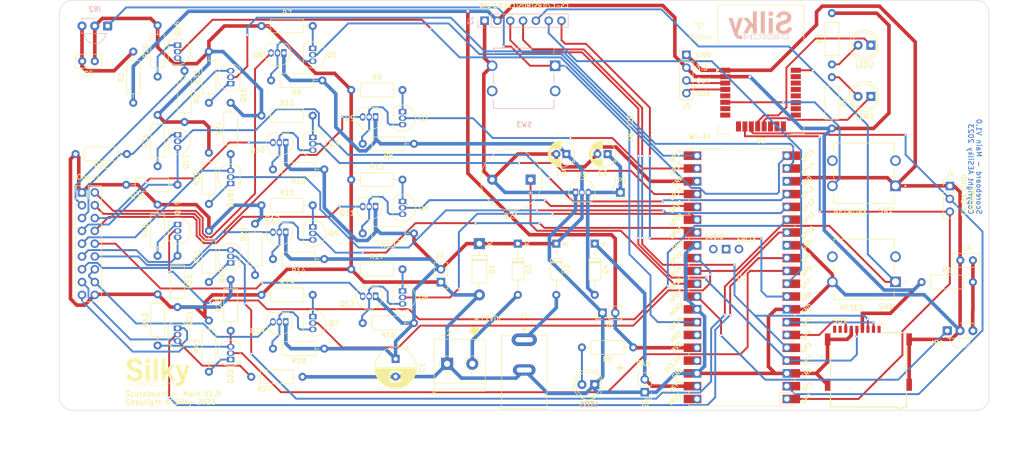
<source format=kicad_pcb>
(kicad_pcb (version 20221018) (generator pcbnew)
  (title_block (title "Portable Score Board w/Remote") (date "2023-06-18") (rev "1") (company "AESilky") (comment 1 "Copyright 2023 AESilky"))
  (layers (0 "F.Cu" signal) (31 "B.Cu" signal) (34 "B.Paste" user) (35 "F.Paste" user) (36 "B.SilkS" user "B.Silkscreen") (37 "F.SilkS" user "F.Silkscreen") (38 "B.Mask" user) (39 "F.Mask" user) (44 "Edge.Cuts" user))
  (net 0 "")
  (net 1 "/BZR")
  (net 2 "GND")
  (net 3 "+12V")
  (net 4 "+5V")
  (net 5 "/VIR.A")
  (net 6 "/VIR.B")
  (net 7 "/DD.A10")
  (net 8 "/SD.A")
  (net 9 "/DD.A01")
  (net 10 "/SD.B")
  (net 11 "/DD.B10")
  (net 12 "/SD.C")
  (net 13 "/DD.B01")
  (net 14 "/SD.D")
  (net 15 "/DD.C10")
  (net 16 "/SD.E")
  (net 17 "/DD.C01")
  (net 18 "/SD.F")
  (net 19 "/DD.IND")
  (net 20 "/SD.G")
  (net 21 "/SD.P")
  (net 22 "+3.3V")
  (net 23 "/SPICK")
  (net 24 "Net-(D2-A)")
  (net 25 "Net-(D3-A)")
  (net 26 "VSS")
  (net 27 "/SPIMO")
  (net 28 "/DISP_CD")
  (net 29 "/CC_CLK")
  (net 30 "/CC_SDA")
  (net 31 "Net-(LED1-A)")
  (net 32 "Net-(LED2-K)")
  (net 33 "Net-(LED2-A)")
  (net 34 "Net-(LED3-K)")
  (net 35 "Net-(LED3-A)")
  (net 36 "Net-(Q1-E)")
  (net 37 "/DE.A10")
  (net 38 "Net-(Q1-C)")
  (net 39 "Net-(Q2-E)")
  (net 40 "/DE.A01")
  (net 41 "Net-(Q2-C)")
  (net 42 "Net-(Q3-E)")
  (net 43 "/DE.B10")
  (net 44 "Net-(Q10-B)")
  (net 45 "Net-(Q4-E)")
  (net 46 "/DE.B01")
  (net 47 "Net-(Q11-B)")
  (net 48 "Net-(Q5-E)")
  (net 49 "/DE.C01")
  (net 50 "Net-(Q12-B)")
  (net 51 "Net-(Q6-E)")
  (net 52 "/DE.C10")
  (net 53 "Net-(Q13-B)")
  (net 54 "Net-(Q7-E)")
  (net 55 "/DE.IND")
  (net 56 "Net-(Q14-B)")
  (net 57 "Net-(Q15-E)")
  (net 58 "/SE.A")
  (net 59 "Net-(Q16-E)")
  (net 60 "/SE.B")
  (net 61 "Net-(Q17-E)")
  (net 62 "/SE.C")
  (net 63 "Net-(Q18-E)")
  (net 64 "/SE.D")
  (net 65 "Net-(Q19-E)")
  (net 66 "/SE.E")
  (net 67 "Net-(Q20-E)")
  (net 68 "/SE.F")
  (net 69 "Net-(Q21-E)")
  (net 70 "/SE.G")
  (net 71 "Net-(Q22-E)")
  (net 72 "/SE.P")
  (net 76 "/RESET")
  (net 77 "/NWK_SEL")
  (net 78 "/ZTX")
  (net 79 "/ZRX")
  (net 80 "/IR_1")
  (net 81 "/IR_2")
  (net 102 "/CARD_CS-")
  (net 103 "/DISP_CS-")
  (net 104 "/SPIMI")
  (footprint "Resistor_THT:R_Axial_DIN0207_L6.3mm_D2.5mm_P10.16mm_Horizontal" (layer "F.Cu") (at 64.68 55.92 -90)
    (fp_text reference "R21")
    (fp_text value "10k")
  )
  (footprint "Resistor_THT:R_Axial_DIN0207_L6.3mm_D2.5mm_P10.16mm_Horizontal" (layer "F.Cu") (at 78.65 96.433 90)
    (fp_text reference "R26")
    (fp_text value "10k")
  )
  (footprint "MountingHole:MountingHole_3.2mm_M3" (layer "F.Cu") (at 218.35 115.61)
    (fp_text reference "H2" hide)
    (fp_text value "MountingHole" hide)
  )
  (footprint "Package_TO_SOT_THT:TO-92_Inline" (layer "F.Cu") (at 63.304 106.974 -90)
    (fp_text reference "Q21")
    (fp_text value "2N3904")
  )
  (footprint "Capacitor_THT:CP_Radial_D8.0mm_P3.50mm" (layer "F.Cu") (at 106.5 113.07 -90)
    (fp_text reference "C1")
    (fp_text value "10uF")
  )
  (footprint "MountingHole:MountingHole_3.2mm_M3" (layer "F.Cu") (at 106.574237 51.024919)
    (fp_text reference "H5" hide)
    (fp_text value "MountingHole" hide)
  )
  (footprint "Resistor_THT:R_Axial_DIN0207_L6.3mm_D2.5mm_P10.16mm_Horizontal" (layer "F.Cu") (at 90.08 47.03 180)
    (fp_text reference "R7")
    (fp_text value "270" hide)
  )
  (footprint "Package_TO_SOT_THT:TO-92_Inline" (layer "F.Cu") (at 102.526 65.078 180)
    (fp_text reference "Q9")
    (fp_text value "2N3905")
  )
  (footprint "Capacitor_THT:C_Disc_D5.0mm_W2.5mm_P2.50mm" (layer "F.Cu") (at 46.9 54.015 180)
    (fp_text reference "C5")
    (fp_text value "0.1uF")
  )
  (footprint "Resistor_THT:R_Axial_DIN0207_L6.3mm_D2.5mm_P10.16mm_Horizontal" (layer "F.Cu") (at 90.08 64.81 180)
    (fp_text reference "R11")
    (fp_text value "270" hide)
  )
  (footprint "Resistor_THT:R_Axial_DIN0207_L6.3mm_D2.5mm_P10.16mm_Horizontal" (layer "F.Cu") (at 153.58 110.784 180)
    (fp_text reference "R5")
    (fp_text value "150")
  )
  (footprint "Package_TO_SOT_THT:TO-92_Inline" (layer "F.Cu") (at 107.881 99.608 -90)
    (fp_text reference "Q6")
    (fp_text value "2N3904")
  )
  (footprint "Connector_PinHeader_2.54mm:PinHeader_1x01_P2.54mm_Vertical" (layer "F.Cu") (at 151.04 80.05)
    (fp_text reference "TP1")
    (fp_text value "Conn_01x01" hide)
  )
  (footprint "AES_Library:SDCard-GCT_MEM2075-00-140-01-A" (layer "F.Cu") (at 199.71 118.618)
    (fp_text reference "SD1")
    (fp_text value "MicroSD-Socket")
  )
  (footprint "Resistor_THT:R_Axial_DIN0207_L6.3mm_D2.5mm_P10.16mm_Horizontal" (layer "F.Cu") (at 77.888 116.626)
    (fp_text reference "R27")
    (fp_text value "10k")
  )
  (footprint "Package_TO_SOT_THT:TO-92_Inline" (layer "F.Cu") (at 84.746 87.938 180)
    (fp_text reference "Q12")
    (fp_text value "2N3905")
  )
  (footprint "AES_Library:SW_TL1100F160Q" (layer "F.Cu") (at 199.3 95.29 180)
    (fp_text reference "SW1")
    (fp_text value "RESET")
  )
  (footprint "Resistor_THT:R_Axial_DIN0207_L6.3mm_D2.5mm_P10.16mm_Horizontal" (layer "F.Cu") (at 63.283 92.623 -90)
    (fp_text reference "R25")
    (fp_text value "10k")
  )
  (footprint "Resistor_THT:R_Axial_DIN0207_L6.3mm_D2.5mm_P10.16mm_Horizontal" (layer "F.Cu") (at 107.86 77.51 180)
    (fp_text reference "R13")
    (fp_text value "270" hide)
  )
  (footprint "Package_TO_SOT_THT:TO-92_Inline" (layer "F.Cu") (at 90.08 51.475 -90)
    (fp_text reference "Q1")
    (fp_text value "2N3904")
  )
  (footprint "Package_TO_SOT_THT:TO-92_Inline" (layer "F.Cu") (at 102.526 100.638 180)
    (fp_text reference "Q13")
    (fp_text value "2N3905")
  )
  (footprint "Package_TO_SOT_THT:TO-92_Inline" (layer "F.Cu") (at 107.881 81.828 -90)
    (fp_text reference "Q4")
    (fp_text value "2N3904")
  )
  (footprint "AES_Library:E18-MS1-PCB-AES" (layer "F.Cu") (at 178.8425 43.9031 180)
    (fp_text reference "U2")
    (fp_text value "E18-MS1-PCB" hide)
  )
  (footprint "Connector_PinHeader_2.54mm:PinHeader_1x03_P2.54mm_Vertical" (layer "F.Cu") (at 216.318 78.78)
    (fp_text reference "J4")
    (fp_text value "Conn_01x03" hide)
  )
  (footprint "Resistor_THT:R_Axial_DIN0207_L6.3mm_D2.5mm_P10.16mm_Horizontal" (layer "F.Cu") (at 210.73 97.83)
    (fp_text reference "R1")
    (fp_text value "150")
  )
  (footprint "Diode_THT:D_DO-35_SOD27_P10.16mm_Horizontal" (layer "F.Cu") (at 130.72 90.21 -90)
    (fp_text reference "D3")
    (fp_text value "D_Schottky")
  )
  (footprint "Resistor_THT:R_Axial_DIN0207_L6.3mm_D2.5mm_P10.16mm_Horizontal" (layer "F.Cu") (at 92.366 111.038 180)
    (fp_text reference "R18")
    (fp_text value "1k" hide)
  )
  (footprint "Resistor_THT:R_Axial_DIN0207_L6.3mm_D2.5mm_P10.16mm_Horizontal" (layer "F.Cu") (at 91.985 57.825 180)
    (fp_text reference "R6")
    (fp_text value "1k" hide)
  )
  (footprint "Resistor_THT:R_Axial_DIN0207_L6.3mm_D2.5mm_P10.16mm_Horizontal" (layer "F.Cu") (at 92.366 75.478 180)
    (fp_text reference "R10")
    (fp_text value "1k" hide)
  )
  (footprint "Package_TO_SOT_THT:TO-92_Inline" (layer "F.Cu") (at 84.365 52.385 180)
    (fp_text reference "Q8")
    (fp_text value "2N3905")
  )
  (footprint "Package_TO_SOT_THT:TO-92_Inline" (layer "F.Cu") (at 63.304 68.627 -90)
    (fp_text reference "Q17")
    (fp_text value "2N3904")
  )
  (footprint "TerminalBlock_Philmore:TerminalBlock_Philmore_TB132_1x02_P5.00mm_Horizontal" (layer "F.Cu") (at 116.7 114.04)
    (fp_text reference "J2")
    (fp_text value "Screw_Terminal_01x02" hide)
  )
  (footprint "Resistor_THT:R_Axial_DIN0207_L6.3mm_D2.5mm_P10.16mm_Horizontal" (layer "F.Cu") (at 59.346 110.41 90)
    (fp_text reference "R42")
    (fp_text value "47" hide)
  )
  (footprint "Package_TO_SOT_THT:TO-92_Inline" (layer "F.Cu") (at 102.526 82.858 180)
    (fp_text reference "Q11")
    (fp_text value "2N3905")
  )
  (footprint "Package_TO_SOT_THT:TO-92_Inline" (layer "F.Cu") (at 63.304 50.847 -90)
    (fp_text reference "Q15")
    (fp_text value "2N3904")
  )
  (footprint "MountingHole:MountingHole_3.2mm_M3" (layer "F.Cu") (at 46.9 115.61)
    (fp_text reference "H1" hide)
    (fp_text value "MountingHole" hide)
  )
  (footprint "Package_TO_SOT_THT:TO-92_Inline" (layer "F.Cu") (at 63.304 86.407 -90)
    (fp_text reference "Q19")
    (fp_text value "2N3904")
  )
  (footprint "MountingHole:MountingHole_3.2mm_M3" (layer "F.Cu") (at 46.9 64.81)
    (fp_text reference "H3" hide)
    (fp_text value "MountingHole" hide)
  )
  (footprint "Resistor_THT:R_Axial_DIN0207_L6.3mm_D2.5mm_P10.16mm_Horizontal" (layer "F.Cu") (at 73.824 107.482 90)
    (fp_text reference "R28")
    (fp_text value "10k")
  )
  (footprint "Resistor_THT:R_Axial_DIN0207_L6.3mm_D2.5mm_P10.16mm_Horizontal" (layer "F.Cu") (at 90.08 82.59 180)
    (fp_text reference "R15")
    (fp_text value "270" hide)
  )
  (footprint "Resistor_THT:R_Axial_DIN0207_L6.3mm_D2.5mm_P10.16mm_Horizontal" (layer "F.Cu") (at 110.146 88.178 180)
    (fp_text reference "R12")
    (fp_text value "1k" hide)
  )
  (footprint "Resistor_THT:R_Axial_DIN0207_L6.3mm_D2.5mm_P10.16mm_Horizontal" (layer "F.Cu") (at 110.146 105.958 180)
    (fp_text reference "R16")
    (fp_text value "1k" hide)
  )
  (footprint "AES_Library:SILKY-DESIGN-logo-0_50-AES" (layer "F.Cu") (at 59.473 115.737)
    (fp_text reference "G***" hide)
    (fp_text value "LOGO" hide)
  )
  (footprint "AES_Library:RPi_PicoW_SMD_TH" (layer "F.Cu") (at 175.1191 96.886 180)
    (fp_text reference "U1")
    (fp_text value "PicoW")
  )
  (footprint "Resistor_THT:R_Axial_DIN0207_L6.3mm_D2.5mm_P10.16mm_Horizontal" (layer "F.Cu") (at 69.506 62.27 90)
    (fp_text reference "R33")
    (fp_text value "47" hide)
  )
  (footprint "AES_Library:SW_TL1100F160Q" (layer "F.Cu") (at 199.3 76.24 180)
    (fp_text reference "SW2")
    (fp_text value "NETWORK")
  )
  (footprint "Package_TO_SOT_THT:TO-92_Inline" (layer "F.Cu") (at 73.824 78.272 90)
    (fp_text reference "Q18")
    (fp_text value "2N3904")
  )
  (footprint "Package_TO_SOT_THT:TO-92_Inline" (layer "F.Cu") (at 107.881 64.048 -90)
    (fp_text reference "Q2")
    (fp_text value "2N3904")
  )
  (footprint "Diode_THT:D_DO-35_SOD27_P10.16mm_Horizontal" (layer "F.Cu") (at 145.96 90.21 -90)
    (fp_text reference "D4")
    (fp_text value "D_Schottky_PP")
  )
  (footprint "Connector_PinHeader_2.54mm:PinHeader_2x09_P2.54mm_Vertical" (layer "F.Cu") (at 44.36 80.05)
    (fp_text reference "Conn1")
    (fp_text value "Conn_02x09_Odd_Even" hide)
  )
  (footprint "Package_TO_SOT_THT:TO-92_Inline" (layer "F.Cu") (at 142.15 80.05)
    (fp_text reference "U5")
    (fp_text value "MCP1702-5002E")
  )
  (footprint "Resistor_THT:R_Axial_DIN0207_L6.3mm_D2.5mm_P10.16mm_Horizontal" (layer "F.Cu") (at 54.52 62.27 90)
    (fp_text reference "R2")
    (fp_text value "150")
  )
  (footprint "Package_TO_SOT_THT:TO-92_Inline" (layer "F.Cu") (at 90.101 69.128 -90)
    (fp_text reference "Q3")
    (fp_text value "2N3904")
  )
  (footprint "Resistor_THT:R_Axial_DIN0207_L6.3mm_D2.5mm_P10.16mm_Horizontal" (layer "F.Cu") (at 107.86 59.73 180)
    (fp_text reference "R9")
    (fp_text value "270" hide)
  )
  (footprint "Resistor_THT:R_Axial_DIN0207_L6.3mm_D2.5mm_P10.16mm_Horizontal" (layer "F.Cu") (at 90.08 100.37 180)
    (fp_text reference "R19")
    (fp_text value "270" hide)
  )
  (footprint "Resistor_THT:R_Axial_DIN0207_L6.3mm_D2.5mm_P10.16mm_Horizontal" (layer "F.Cu") (at 59.346 57.07 90)
    (fp_text reference "R20")
    (fp_text value "47" hide)
  )
  (footprint "Resistor_THT:R_Axial_DIN0207_L6.3mm_D2.5mm_P10.16mm_Horizontal" (layer "F.Cu") (at 69.506 97.83 90)
    (fp_text reference "R41")
    (fp_text value "47" hide)
  )
  (footprint "Capacitor_THT:CP_Radial_D5.0mm_P2.00mm" (layer "F.Cu") (at 148.5 72.43 180)
    (fp_text reference "C3")
    (fp_text value "1.0uF")
  )
  (footprint "Resistor_THT:R_Axial_DIN0207_L6.3mm_D2.5mm_P10.16mm_Horizontal" (layer "F.Cu") (at 59.346 92.63 90)
    (fp_text reference "R40")
    (fp_text value "47" hide)
  )
  (footprint "Buzzer_Beeper:Buzzer_12x9.5RM7.6" (layer "F.Cu") (at 133.24 77.51 180)
    (fp_text reference "BZ1")
    (fp_text value "Buzzer")
  )
  (footprint "AES_Library:CUI_PJ-037B" (layer "F.Cu") (at 131.99 109.2652 -90)
    (fp_text reference "J1")
    (fp_text value "Barrel_Jack" hide)
  )
  (footprint "LED_THT:LED_D5.0mm" (layer "F.Cu") (at 200.6775 50.84 180)
    (fp_text reference "LED2")
    (fp_text value "ZBRUN")
  )
  (footprint "Connector_PinHeader_2.54mm:PinHeader_1x04_P2.54mm_Vertical" (layer "F.Cu") (at 164.121 52.755)
    (fp_text reference "J5")
    (fp_text value "Conn_01x04" hide)
  )
  (footprint "MountingHole:MountingHole_3.2mm_M3" (layer "F.Cu") (at 157.374237 51.024919)
    (fp_text reference "H6" hide)
    (fp_text value "MountingHole" hide)
  )
  (footprint "Capacitor_THT:C_Disc_D5.0mm_W2.5mm_P2.50mm" (layer "F.Cu") (at 218.39 93.512)
    (fp_text reference "C4")
    (fp_text value "0.1uF" hide)
  )
  (footprint "Connector_PinHeader_2.54mm:PinHeader_1x02_P2.54mm_Vertical" (layer "F.Cu") (at 147.484 103.926 90)
    (fp_text reference "J6")
    (fp_text value "J-V3.3")
  )
  (footprint "Package_TO_SOT_THT:TO-92_Inline" (layer "F.Cu") (at 73.824 58.46 90)
    (fp_text reference "Q16")
    (fp_text value "2N3904")
  )
  (footprint "MountingHole:MountingHole_3.2mm_M3" (layer "F.Cu") (at 218.35 64.81)
    (fp_text reference "H4" hide)
    (fp_text value "MountingHole" hide)
  )
  (footprint "Resistor_THT:R_Axial_DIN0207_L6.3mm_D2.5mm_P10.16mm_Horizontal" (layer "F.Cu") (at 69.506 115.61 90)
    (fp_text reference "R43")
    (fp_text value "47" hide)
  )
  (footprint "Resistor_THT:R_Axial_DIN0207_L6.3mm_D2.5mm_P10.16mm_Horizontal" (layer "F.Cu") (at 107.86 95.29 180)
    (fp_text reference "R17")
    (fp_text value "270" hide)
  )
  (footprint "Connector_PinHeader_2.54mm:PinHeader_1x02_P2.54mm_Vertical" (layer "F.Cu") (at 115.48 97.83 180)
    (fp_text reference "J7")
    (fp_text value "J-V12")
  )
  (footprint "Resistor_THT:R_Axial_DIN0207_L6.3mm_D2.5mm_P10.16mm_Horizontal" (layer "F.Cu") (at 92.366 93.258 180)
    (fp_text reference "R14")
    (fp_text value "1k" hide)
  )
  (footprint "Diode_THT:D_DO-41_SOD81_P10.16mm_Horizontal" (layer "F.Cu") (at 123.1 90.21 -90)
    (fp_text reference "D1")
    (fp_text value "1N4004")
  )
  (footprint "Package_TO_SOT_THT:TO-92_Inline" (layer "F.Cu") (at 73.824 94.02 90)
    (fp_text reference "Q20")
    (fp_text value "2N3904")
  )
  (footprint "OptoDevice:Vishay_MINICAST-3Pin" (layer "F.Cu") (at 215.81 107.473)
    (fp_text reference "IR1")
    (fp_text value "TSOP382xx" hide)
  )
  (footprint "Resistor_THT:R_Axial_DIN0207_L6.3mm_D2.5mm_P10.16mm_Horizontal" (layer "F.Cu") (at 73.824 72.43 90)
    (fp_text reference "R24")
    (fp_text value "10k")
  )
  (footprint "Resistor_THT:R_Axial_DIN0207_L6.3mm_D2.5mm_P10.16mm_Horizontal" (layer "F.Cu") (at 192.95 54.65 90)
    (fp_text reference "R3")
    (fp_text value "150")
  )
  (footprint "Resistor_THT:R_Axial_DIN0207_L6.3mm_D2.5mm_P10.16mm_Horizontal" (layer "F.Cu") (at 59.346 74.85 90)
    (fp_text reference "R34")
    (fp_text value "47" hide)
  )
  (footprint "Package_TO_SOT_THT:TO-92_Inline" (layer "F.Cu") (at 84.746 105.718 180)
    (fp_text reference "Q14")
    (fp_text value "2N3905")
  )
  (footprint "Resistor_THT:R_Axial_DIN0207_L6.3mm_D2.5mm_P10.16mm_Horizontal" (layer "F.Cu") (at 110.146 70.398 180)
    (fp_text reference "R8")
    (fp_text value "1k" hide)
  )
  (footprint "Resistor_THT:R_Axial_DIN0207_L6.3mm_D2.5mm_P10.16mm_Horizontal" (layer "F.Cu") (at 192.95 57.19 -90)
    (fp_text reference "R4")
    (fp_text value "150")
  )
  (footprint "Diode_THT:D_DO-35_SOD27_P10.16mm_Horizontal" (layer "F.Cu") (at 138.34 90.21 -90)
    (fp_text reference "D2")
    (fp_text value "D_Schottky_PP")
  )
  (footprint "Capacitor_THT:CP_Radial_D5.0mm_P2.00mm" (layer "F.Cu") (at 140.34 72.43 180)
    (fp_text reference "C2")
    (fp_text value "1.0uF")
  )
  (footprint "Package_TO_SOT_THT:TO-92_Inline" (layer "F.Cu") (at 90.101 104.688 -90)
    (fp_text reference "Q7")
    (fp_text value "2N3904")
  )
  (footprint "Connector_PinHeader_2.54mm:PinHeader_1x02_P2.54mm_Vertical" (layer "F.Cu") (at 155.866 119.674 180)
    (fp_text reference "J8")
    (fp_text value "J-VSYS")
  )
  (footprint "Package_TO_SOT_THT:TO-92_Inline" (layer "F.Cu") (at 84.746 70.158 180)
    (fp_text reference "Q10")
    (fp_text value "2N3905")
  )
  (footprint "LED_THT:LED_D5.0mm" (layer "F.Cu") (at 200.6775 61 180)
    (fp_text reference "LED3")
    (fp_text value "ZBNWRK")
  )
  (footprint "Resistor_THT:R_Axial_DIN0207_L6.3mm_D2.5mm_P10.16mm_Horizontal" (layer "F.Cu") (at 63.283 78.526 180)
    (fp_text reference "R23")
    (fp_text value "10k")
  )
  (footprint "Resistor_THT:R_Axial_DIN0207_L6.3mm_D2.5mm_P10.16mm_Horizontal" (layer "F.Cu") (at 69.506 82.336 90)
    (fp_text reference "R39")
    (fp_text value "47" hide)
  )
  (footprint "LED_THT:LED_D5.0mm" (layer "F.Cu") (at 145.96 118.15 180)
    (fp_text reference "LED1")
    (fp_text value "PWR")
  )
  (footprint "Package_TO_SOT_THT:TO-92_Inline" (layer "F.Cu") (at 73.824 113.197 90)
    (fp_text reference "Q22")
    (fp_text value "2N3904" hide)
  )
  (footprint "Resistor_THT:R_Axial_DIN0207_L6.3mm_D2.5mm_P10.16mm_Horizontal" (layer "F.Cu") (at 53.25 72.43 180)
    (fp_text reference "R22")
    (fp_text value "10k")
  )
  (footprint "Package_TO_SOT_THT:TO-92_Inline" (layer "F.Cu") (at 90.101 86.908 -90)
    (fp_text reference "Q5")
    (fp_text value "2N3904")
  )
  (footprint "AES_Library:SILKY-DESIGN-logo-0_50-AES" (layer "B.Cu") (at 178.726 46.903 180)
    (fp_text reference "G***" hide)
    (fp_text value "LOGO" hide)
  )
  (footprint "OptoDevice:Vishay_MINICAST-3Pin" (layer "B.Cu") (at 49.44 47.03 180)
    (fp_text reference "IR2")
    (fp_text value "TSOP382xx" hide)
  )
  (footprint "Connector_PinSocket_2.54mm:PinSocket_1x07_P2.54mm_Vertical" (layer "B.Cu") (at 124.137237 45.984919 -90)
    (fp_text reference "J3")
    (fp_text value "SPI-Disp")
  )
  (footprint "AES_Library:SW_TL1100F160Q" (layer "B.Cu") (at 131.874237 57.414919 180)
    (fp_text reference "SW3")
    (fp_text value "INPUT-SW")
  )
  (gr_circle (center 122.084 107.482) (end 122.853914 107.482) (stroke (width 0.15)) (fill solid) (layer "F.SilkS"))
  (gr_line (start 224.065 44.49) (end 224.065 120.69) (stroke (width 0.1)) (layer "Edge.Cuts"))
  (gr_arc (start 221.525 41.95) (mid 223.321051 42.693949) (end 224.065 44.49) (stroke (width 0.1)) (layer "Edge.Cuts"))
  (gr_line (start 42.455 41.95) (end 221.525 41.95) (stroke (width 0.1)) (layer "Edge.Cuts"))
  (gr_line (start 39.915 120.69) (end 39.915 44.49) (stroke (width 0.1)) (layer "Edge.Cuts"))
  (gr_arc (start 42.455 123.23) (mid 40.658949 122.486051) (end 39.915 120.69) (stroke (width 0.1)) (layer "Edge.Cuts"))
  (gr_arc (start 224.068173 120.69) (mid 223.323295 122.488295) (end 221.525 123.233173) (stroke (width 0.1)) (layer "Edge.Cuts"))
  (gr_line (start 221.525 123.233173) (end 42.455 123.233173) (stroke (width 0.1)) (layer "Edge.Cuts"))
  (gr_arc (start 39.915 44.49) (mid 40.658949 42.693949) (end 42.455 41.95) (stroke (width 0.1)) (layer "Edge.Cuts"))
  (gr_text "Scoreboard - Main V1.0\nCopyright AESilky 2023" (at 219.874 84.495 270) (layer "B.Cu") (effects (font (size 1.016 1.016) (thickness 0.1524)) (justify left bottom mirror)))
  (gr_text "CLK" (at 129.069 43.474) (layer "F.SilkS") (effects (font (size 0.8001 0.8001)) (justify bottom mirror)))
  (gr_text "GND" (at 219.747 78.018 90) (layer "F.SilkS") (effects (font (size 1.016 1.016)) (justify bottom)))
  (gr_text "FAN" (at 154.088 114.594) (layer "F.SilkS") (effects (font (size 1.016 1.016) (thickness 0.1875)) (justify left bottom)))
  (gr_text "3.3" (at 126.783 43.474) (layer "F.SilkS") (effects (font (size 0.8001 0.8001)) (justify bottom mirror)))
  (gr_text "RX" (at 219.747 81.32 90) (layer "F.SilkS") (effects (font (size 1.016 1.016)) (justify bottom)))
  (gr_text "CS-" (at 139.483 43.474) (layer "F.SilkS") (effects (font (size 0.8001 0.8001)) (justify bottom mirror)))
  (gr_text "SDA" (at 165.899 61) (layer "F.SilkS") (effects (font (size 1 1)) (justify left bottom)))
  (gr_text "C/D" (at 136.943 43.474) (layer "F.SilkS") (effects (font (size 0.8001 0.8001)) (justify bottom mirror)))
  (gr_text "Wi-Fi" (at 164.502 69.636) (layer "F.SilkS") (effects (font (size 1.016 1.016) (thickness 0.1875)) (justify left bottom)))
  (gr_text "MOSI" (at 131.863 43.474) (layer "F.SilkS") (effects (font (size 0.8001 0.8001)) (justify bottom mirror)))
  (gr_text "ZB-I2C" (at 153.58 67.35 90) (layer "F.SilkS") (effects (font (size 1 1)) (justify bottom)))
  (gr_text "GND" (at 124.243 43.474) (layer "F.SilkS") (effects (font (size 0.8001 0.8001)) (justify bottom mirror)))
  (gr_text "GND" (at 165.899 53.38) (layer "F.SilkS") (effects (font (size 1 1)) (justify left bottom)))
  (gr_text "+12VDC" (at 121.83 105.696086) (layer "F.SilkS") (effects (font (size 1 1)) (justify left bottom)))
  (gr_text "CLK" (at 165.899 58.46) (layer "F.SilkS") (effects (font (size 1 1)) (justify left bottom)))
  (gr_text "Scoreboard - Main V1.0\nCopyright AESilky 2023" (at 52.869 122.214) (layer "F.SilkS") (effects (font (size 1.016 1.016) (thickness 0.1524)) (justify left bottom)))
  (gr_text "+" (at 149.77 115.61) (layer "F.SilkS") (effects (font (size 1.5 1.5) (thickness 0.3) bold) (justify left bottom)))
  (gr_text "TX" (at 219.747 83.86 90) (layer "F.SilkS") (effects (font (size 1.016 1.016)) (justify bottom)))
  (gr_text "SERIAL" (at 221.525 81.32 90) (layer "F.SilkS") (effects (font (size 1.016 1.016)) (justify bottom)))
  (gr_text "RST" (at 134.403 43.474) (layer "F.SilkS") (effects (font (size 0.8001 0.8001)) (justify bottom mirror)))
  (gr_text "3.3" (at 165.899 55.92) (layer "F.SilkS") (effects (font (size 1 1)) (justify left bottom)))
  (segment (start 133.24 86.38) (end 134.5046 87.6446) (width 0.381) (layer "F.Cu") (net 1))
  (segment (start 133.24 77.51) (end 133.24 86.38) (width 0.381) (layer "F.Cu") (net 1))
  (segment (start 161.623552 98.156) (end 166.28 98.156) (width 0.381) (layer "F.Cu") (net 1))
  (segment (start 134.5046 87.6446) (end 151.112152 87.6446) (width 0.381) (layer "F.Cu") (net 1))
  (segment (start 151.112152 87.6446) (end 161.623552 98.156) (width 0.381) (layer "F.Cu") (net 1))
  (segment (start 43.344 102.402) (end 42.074 101.132) (width 0.7112) (layer "F.Cu") (net 2))
  (segment (start 60.736 66.08) (end 59.346 64.69) (width 0.7112) (layer "F.Cu") (net 2))
  (segment (start 216.625 109.198) (end 218.35 107.473) (width 0.7112) (layer "F.Cu") (net 2))
  (segment (start 209.46 74.83) (end 205.55 78.74) (width 0.7112) (layer "F.Cu") (net 2))
  (segment (start 189.848 115.936) (end 192.0864 113.6976) (width 0.7112) (layer "F.Cu") (net 2))
  (segment (start 217.12 78.74) (end 205.55 78.74) (width 0.7112) (layer "F.Cu") (net 2))
  (segment (start 59.346 82.47) (end 66.973 82.47) (width 0.7112) (layer "F.Cu") (net 2))
  (segment (start 203.939 77.129) (end 205.55 78.74) (width 0.7112) (layer "F.Cu") (net 2))
  (segment (start 195.9635 109.198) (end 196.79 108.3715) (width 0.7112) (layer "F.Cu") (net 2))
  (segment (start 46.9 47.03) (end 48.3969 45.5331) (width 0.7112) (layer "F.Cu") (net 2))
  (segment (start 143.96 74.97) (end 146.5 72.43) (width 0.7112) (layer "F.Cu") (net 2))
  (segment (start 125.64 77.51) (end 123.977337 75.847337) (width 0.7112) (layer "F.Cu") (net 2))
  (segment (start 146.5 71.29863) (end 146.76553 71.0331) (width 0.7112) (layer "F.Cu") (net 2))
  (segment (start 90.681394 56.428) (end 94.398 56.428) (width 0.7112) (layer "F.Cu") (net 2))
  (segment (start 57.9691 45.5331) (end 59.346 46.91) (width 0.7112) (layer "F.Cu") (net 2))
  (segment (start 196.79 107.198) (end 196.79 108.3715) (width 0.7112) (layer "F.Cu") (net 2))
  (segment (start 186.9313 77.1185) (end 193.721648 77.1185) (width 0.7112) (layer "F.Cu") (net 2))
  (segment (start 81.283394 47.03) (end 90.681394 56.428) (width 0.7112) (layer "F.Cu") (net 2))
  (segment (start 209.46 50.205) (end 209.46 74.83) (width 0.7112) (layer "F.Cu") (net 2))
  (segment (start 61.879 102.783) (end 59.346 100.25) (width 0.7112) (layer "F.Cu") (net 2))
  (segment (start 72.554 47.03) (end 79.92 47.03) (width 0.7112) (layer "F.Cu") (net 2))
  (segment (start 44.868 102.402) (end 43.344 102.402) (width 0.7112) (layer "F.Cu") (net 2))
  (segment (start 189.902 44.236) (end 191.0449 43.0931) (width 0.7112) (layer "F.Cu") (net 2))
  (segment (start 68.706001 101.877556) (end 68.706001 104.650001) (width 0.7112) (layer "F.Cu") (net 2))
  (segment (start 97.7 95.29) (end 100.24 97.83) (width 0.7112) (layer "F.Cu") (net 2))
  (segment (start 123.977337 56.561819) (end 125.624237 54.914919) (width 0.7112) (layer "F.Cu") (net 2))
  (segment (start 100.24 97.83) (end 115.48 97.83) (width 0.7112) (layer "F.Cu") (net 2))
  (segment (start 124.116 53.38) (end 124.137237 53.358763) (width 0.7112) (layer "F.Cu") (net 2))
  (segment (start 59.346 51.240606) (end 62.614294 54.5089) (width 0.7112) (layer "F.Cu") (net 2))
  (segment (start 42.074 101.132) (end 42.074 73.446) (width 0.7112) (layer "F.Cu") (net 2))
  (segment (start 125.624237 54.914919) (end 124.116 53.406682) (width 0.7112) (layer "F.Cu") (net 2))
  (segment (start 187.604 103.236) (end 181.829 103.236) (width 0.7112) (layer "F.Cu") (net 2))
  (segment (start 192.11 109.198) (end 195.9635 109.198) (width 0.7112) (layer "F.Cu") (net 2))
  (segment (start 79.92 100.37) (end 70.213557 100.37) (width 0.7112) (layer "F.Cu") (net 2))
  (segment (start 189.902 46.776) (end 189.902 44.236) (width 0.7112) (layer "F.Cu") (net 2))
  (segment (start 167.1785 55.8125) (end 164.121 52.755) (width 0.7112) (layer "F.Cu") (net 2))
  (segment (start 59.346 82.47) (end 55.402 78.526) (width 0.7112) (layer "F.Cu") (net 2))
  (segment (start 66.839 102.783) (end 63.283 102.783) (width 0.7112) (layer "F.Cu") (net 2))
  (segment (start 139.74863 74.97) (end 143.96 74.97) (width 0.7112) (layer "F.Cu") (net 2))
  (segment (start 79.92 47.03) (end 81.283394 47.03) (width 0.7112) (layer "F.Cu") (net 2))
  (segment (start 67.1071 54.5089) (end 69.506 52.11) (width 0.7112) (layer "F.Cu") (net 2))
  (segment (start 192.0864 113.6976) (end 192.0864 109.2216) (width 0.7112) (layer "F.Cu") (net 2))
  (segment (start 208.26 109.198) (end 216.625 109.198) (width 0.7112) (layer "F.Cu") (net 2))
  (segment (start 138.34 73.56137) (end 139.74863 74.97) (width 0.7112) (layer "F.Cu") (net 2))
  (segment (start 218.35 79.97) (end 217.12 78.74) (width 0.7112) (layer "F.Cu") (net 2))
  (segment (start 64.68 66.08) (end 60.736 66.08) (width 0.7112) (layer "F.Cu") (net 2))
  (segment (start 48.3969 45.5331) (end 57.9691 45.5331) (width 0.7112) (layer "F.Cu") (net 2))
  (segment (start 85 95.29) (end 79.92 100.37) (width 0.7112) (layer "F.Cu") (net 2))
  (segment (start 156.954 77.836) (end 166.28 77.836) (width 0.7112) (layer "F.Cu") (net 2))
  (segment (start 193.732148 77.129) (end 203.939 77.129) (width 0.7112) (layer "F.Cu") (net 2))
  (segment (start 130.72 72.43) (end 138.34 72.43) (width 0.7112) (layer "F.Cu") (net 2))
  (segment (start 70.213557 100.37) (end 68.706001 101.877556) (width 0.7112) (layer "F.Cu") (net 2))
  (segment (start 193.05 97.79) (end 187.604 103.236) (width 0.7112) (layer "F.Cu") (net 2))
  (segment (start 193.721648 77.1185) (end 193.732148 77.129) (width 0.7112) (layer "F.Cu") (net 2))
  (segment (start 146.5 72.43) (end 146.5 71.29863) (width 0.7112) (layer "F.Cu") (net 2))
  (segment (start 124.116 53.406682) (end 124.116 53.38) (width 0.7112) (layer "F.Cu") (net 2))
  (segment (start 208.26 109.198) (end 208.26 118.198) (width 0.7112) (layer "F.Cu") (net 2))
  (segment (start 66.973 82.47) (end 69.506 85.003) (width 0.7112) (layer "F.Cu") (net 2))
  (segment (start 146.76553 71.0331) (end 150.1511 71.0331) (width 0.7112) (layer "F.Cu") (net 2))
  (segment (start 181.719 115.936) (end 184.06 115.936) (width 0.7112) (layer "F.Cu") (net 2))
  (segment (start 69.506 50.078) (end 72.554 47.03) (width 0.7112) (layer "F.Cu") (net 2))
  (segment (start 42.074 73.446) (end 43.09 72.43) (width 0.7112) (layer "F.Cu") (net 2))
  (segment (start 97.7 59.73) (end 97.7 77.51) (width 0.7112) (layer "F.Cu") (net 2))
  (segment (start 55.402 78.526) (end 53.123 78.526) (width 0.7112) (layer "F.Cu") (net 2))
  (segment (start 97.7 95.29) (end 85 95.29) (width 0.7112) (layer "F.Cu") (net 2))
  (segment (start 124.137237 53.358763) (end 124.137237 45.984919) (width 0.7112) (layer "F.Cu") (net 2))
  (segment (start 184.06 115.936) (end 189.848 115.936) (width 0.7112) (layer "F.Cu") (net 2))
  (segment (start 46.9 54.015) (end 46.9 47.03) (width 0.7112) (layer "F.Cu") (net 2))
  (segment (start 43.09 72.43) (end 43.725 73.065) (width 0.7112) (layer "F.Cu") (net 2))
  (segment (start 192.11 118.198) (end 189.848 115.936) (width 0.7112) (layer "F.Cu") (net 2))
  (segment (start 97.7 77.51) (end 97.7 95.29) (width 0.7112) (layer "F.Cu") (net 2))
  (segment (start 43.725 73.065) (end 43.725 79.415) (width 0.7112) (layer "F.Cu") (net 2))
  (segment (start 180.8655 55.8125) (end 189.902 46.776) (width 0.7112) (layer "F.Cu") (net 2))
  (segment (start 187.280924 90.536) (end 184.06 90.536) (width 0.7112) (layer "F.Cu") (net 2))
  (segment (start 69.506 85.003) (end 69.506 87.67) (width 0.7112) (layer "F.Cu") (net 2))
  (segment (start 63.283 102.783) (end 61.879 102.783) (width 0.7112) (layer "F.Cu") (net 2))
  (segment (start 69.506 67.096) (end 68.49 66.08) (width 0.7112) (layer "F.Cu") (net 2))
  (segment (start 69.506 105.45) (end 66.839 102.783) (width 0.7112) (layer "F.Cu") (net 2))
  (segment (start 68.49 66.08) (end 64.68 66.08) (width 0.7112) (layer "F.Cu") (net 2))
  (segment (start 138.34 72.43) (end 138.34 73.56137) (width 0.7112) (layer "F.Cu") (net 2))
  (segment (start 59.346 100.25) (end 47.02 100.25) (width 0.7112) (layer "F.Cu") (net 2))
  (segment (start 68.706001 104.650001) (end 69.506 105.45) (width 0.7112) (layer "F.Cu") (net 2))
  (segment (start 46.9 100.37) (end 44.868 102.402) (width 0.7112) (layer "F.Cu") (net 2))
  (segment (start 193.05 97.79) (end 193.05 96.305076) (width 0.7112) (layer "F.Cu") (net 2))
  (segment (start 69.506 72.176) (end 69.506 67.096) (width 0.7112) (layer "F.Cu") (net 2))
  (segment (start 45.884 78.526) (end 44.36 80.05) (width 0.7112) (layer "F.Cu") (net 2))
  (segment (start 171.8221 55.8125) (end 167.1785 55.8125) (width 0.7112) (layer "F.Cu") (net 2))
  (segment (start 191.0449 43.0931) (end 202.3481 43.0931) (width 0.7112) (layer "F.Cu") (net 2))
  (segment (start 202.3481 43.0931) (end 209.46 50.205) (width 0.7112) (layer "F.Cu") (net 2))
  (segment (start 193.05 96.305076) (end 187.280924 90.536) (width 0.7112) (layer "F.Cu") (net 2))
  (segment (start 94.398 56.428) (end 97.7 59.73) (width 0.7112) (layer "F.Cu") (net 2))
  (segment (start 180.377 104.688) (end 180.377 114.594) (width 0.7112) (layer "F.Cu") (net 2))
  (segment (start 180.377 114.594) (end 181.719 115.936) (width 0.7112) (layer "F.Cu") (net 2))
  (segment (start 186.2138 77.836) (end 186.9313 77.1185) (width 0.7112) (layer "F.Cu") (net 2))
  (segment (start 62.614294 54.5089) (end 67.1071 54.5089) (width 0.7112) (layer "F.Cu") (net 2))
  (segment (start 166.28 115.936) (end 184.06 115.936) (width 0.7112) (layer "F.Cu") (net 2))
  (segment (start 150.1511 71.0331) (end 156.954 77.836) (width 0.7112) (layer "F.Cu") (net 2))
  (segment (start 181.829 103.236) (end 180.377 104.688) (width 0.7112) (layer "F.Cu") (net 2))
  (segment (start 69.506 52.11) (end 69.506 50.078) (width 0.7112) (layer "F.Cu") (net 2))
  (segment (start 171.8221 55.8125) (end 180.8655 55.8125) (width 0.7112) (layer "F.Cu") (net 2))
  (segment (start 53.123 78.526) (end 45.884 78.526) (width 0.7112) (layer "F.Cu") (net 2))
  (segment (start 123.977337 75.847337) (end 123.977337 56.561819) (width 0.7112) (layer "F.Cu") (net 2))
  (segment (start 43.725 79.415) (end 44.36 80.05) (width 0.7112) (layer "F.Cu") (net 2))
  (segment (start 125.64 77.51) (end 130.72 72.43) (width 0.7112) (layer "F.Cu") (net 2))
  (segment (start 59.346 46.91) (end 59.346 51.240606) (width 0.7112) (layer "F.Cu") (net 2))
  (segment (start 218.35 107.473) (end 218.35 79.97) (width 0.7112) (layer "F.Cu") (net 2))
  (segment (start 128.18 80.05) (end 142.15 80.05) (width 0.7112) (layer "B.Cu") (net 2))
  (segment (start 142.15 80.05) (end 142.15 83.657) (width 0.7112) (layer "B.Cu") (net 2))
  (segment (start 166.28 90.536) (end 165.573 90.536) (width 0.7112) (layer "B.Cu") (net 2))
  (segment (start 167.7269 114.4891) (end 166.28 115.936) (width 0.7112) (layer "B.Cu") (net 2))
  (segment (start 73.824 97.322) (end 73.824 100.521434) (width 0.7112) (layer "B.Cu") (net 2))
  (segment (start 71.562434 102.783) (end 63.283 102.783) (width 0.7112) (layer "B.Cu") (net 2))
  (segment (start 123.1 100.37) (end 118.02 100.37) (width 0.7112) (layer "B.Cu") (net 2))
  (segment (start 147.5458 103.9878) (end 147.5458 116.5642) (width 0.7112) (layer "B.Cu") (net 2))
  (segment (start 163.994 100.95) (end 166.28 103.236) (width 0.7112) (layer "B.Cu") (net 2))
  (segment (start 167.7269 104.6829) (end 167.7269 114.4891) (width 0.7112) (layer "B.Cu") (net 2))
  (segment (start 118.02 100.37) (end 115.48 97.83) (width 0.7112) (layer "B.Cu") (net 2))
  (segment (start 128.18 80.05) (end 125.64 77.51) (width 0.7112) (layer "B.Cu") (net 2))
  (segment (start 145.96 118.15) (end 144.2 119.91) (width 0.7112) (layer "B.Cu") (net 2))
  (segment (start 106.5 116.57) (end 114.17 116.57) (width 0.7112) (layer "B.Cu") (net 2))
  (segment (start 142.15 83.657) (end 136.9685 88.8385) (width 0.7112) (layer "B.Cu") (net 2))
  (segment (start 78.65 86.273) (end 79.92 85.003) (width 0.7112) (layer "B.Cu") (net 2))
  (segment (start 218.35 107.473) (end 211.2156 100.3386) (width 0.7112) (layer "B.Cu") (net 2))
  (segment (start 195.5986 100.3386) (end 193.05 97.79) (width 0.7112) (layer "B.Cu") (net 2))
  (segment (start 155.866 119.674) (end 146.468 119.674) (width 0.7112) (layer "B.Cu") (net 2))
  (segment (start 116.7 114.04) (end 119.54 116.88) (width 0.7112) (layer "B.Cu") (net 2))
  (segment (start 69.506 87.67) (end 74.586 82.59) (width 0.7112) (layer "B.Cu") (net 2))
  (segment (start 161.89 115.936) (end 166.28 115.936) (width 0.7112) (layer "B.Cu") (net 2))
  (segment (start 76.364 64.81) (end 73.824 62.27) (width 0.7112) (layer "B.Cu") (net 2))
  (segment (start 147.5458 116.5642) (end 145.96 118.15) (width 0.7112) (layer "B.Cu") (net 2))
  (segment (start 69.506 52.11) (end 69.506 54.53) (width 0.7112) (layer "B.Cu") (net 2))
  (segment (start 136.9685 93.4105) (end 147.484 103.926) (width 0.7112) (layer "B.Cu") (net 2))
  (segment (start 88.048 116.626) (end 106.444 116.626) (width 0.7112) (layer "B.Cu") (net 2))
  (segment (start 130.3752 116.88) (end 131.99 115.2652) (width 0.7112) (layer "B.Cu") (net 2))
  (segment (start 114.17 116.57) (end 116.7 114.04) (width 0.7112) (layer "B.Cu") (net 2))
  (segment (start 116.7 114.04) (end 116.7 106.77) (width 0.7112) (layer "B.Cu") (net 2))
  (segment (start 146.468 119.674) (end 145.96 119.166) (width 0.7112) (layer "B.Cu") (net 2))
  (segment (start 116.7 106.77) (end 123.1 100.37) (width 0.7112) (layer "B.Cu") (net 2))
  (segment (start 69.506 54.53) (end 59.346 64.69) (width 0.7112) (layer "B.Cu") (net 2))
  (segment (start 165.573 90.536) (end 163.994 92.115) (width 0.7112) (layer "B.Cu") (net 2))
  (segment (start 73.824 100.521434) (end 71.562434 102.783) (width 0.7112) (layer "B.Cu") (net 2))
  (segment (start 144.2 119.91) (end 136.6348 119.91) (width 0.7112) (layer "B.Cu") (net 2))
  (segment (start 136.6348 119.91) (end 131.99 115.2652) (width 0.7112) (layer "B.Cu") (net 2))
  (segment (start 211.2156 100.3386) (end 195.5986 100.3386) (width 0.7112) (layer "B.Cu") (net 2))
  (segment (start 155.866 119.674) (end 158.152 119.674) (width 0.7112) (layer "B.Cu") (net 2))
  (segment (start 166.28 103.236) (end 167.7269 104.6829) (width 0.7112) (layer "B.Cu") (net 2))
  (segment (start 72.3 52.11) (end 69.506 52.11) (width 0.7112) (layer "B.Cu") (net 2))
  (segment (start 136.9685 88.8385) (end 136.9685 93.4105) (width 0.7112) (layer "B.Cu") (net 2))
  (segment (start 79.92 59.73) (end 72.3 52.11) (width 0.7112) (layer "B.Cu") (net 2))
  (segment (start 119.54 116.88) (end 130.3752 116.88) (width 0.7112) (layer "B.Cu") (net 2))
  (segment (start 79.92 64.81) (end 76.364 64.81) (width 0.7112) (layer "B.Cu") (net 2))
  (segment (start 79.92 85.003) (end 79.92 82.59) (width 0.7112) (layer "B.Cu") (net 2))
  (segment (start 74.586 82.59) (end 79.92 82.59) (width 0.7112) (layer "B.Cu") (net 2))
  (segment (start 79.92 64.81) (end 79.92 59.73) (width 0.7112) (layer "B.Cu") (net 2))
  (segment (start 158.152 119.674) (end 161.89 115.936) (width 0.7112) (layer "B.Cu") (net 2))
  (segment (start 163.994 92.115) (end 163.994 100.95) (width 0.7112) (layer "B.Cu") (net 2))
  (segment (start 145.96 119.166) (end 145.96 118.15) (width 0.7112) (layer "B.Cu") (net 2))
  (segment (start 123.1 90.21) (end 130.72 90.21) (width 0.7112) (layer "F.Cu") (net 3))
  (segment (start 115.48 95.29) (end 110.146 89.956) (width 0.7112) (layer "F.Cu") (net 3))
  (segment (start 120.56 90.21) (end 115.48 95.29) (width 0.7112) (layer "F.Cu") (net 3))
  (segment (start 123.1 90.21) (end 120.56 90.21) (width 0.7112) (layer "F.Cu") (net 3))
  (segment (start 130.72 90.21) (end 138.34 90.21) (width 0.7112) (layer "F.Cu") (net 3))
  (segment (start 110.146 89.956) (end 110.146 88.178) (width 0.7112) (layer "F.Cu") (net 3))
  (segment (start 94.652 60.492) (end 94.652 67.096) (width 0.7112) (layer "B.Cu") (net 3))
  (segment (start 110.146 70.398) (end 103.542 70.398) (width 0.7112) (layer "B.Cu") (net 3))
  (segment (start 102.526 87.162) (end 102.526 82.858) (width 0.7112) (layer "B.Cu") (net 3))
  (segment (start 85.762 111.038) (end 84.746 110.022) (width 0.7112) (layer "B.Cu") (net 3))
  (segment (start 91.985 57.825) (end 94.652 60.492) (width 0.7112) (layer "B.Cu") (net 3))
  (segment (start 107.782962 105.958) (end 102.526 100.701038) (width 0.7112) (layer "B.Cu") (net 3))
  (segment (start 92.366 111.038) (end 104.468 111.038) (width 0.7112) (layer "B.Cu") (net 3))
  (segment (start 104.468 111.038) (end 106.5 113.07) (width 0.7112) (layer "B.Cu") (net 3))
  (segment (start 99.3509 71.7949) (end 100.6211 71.7949) (width 0.7112) (layer "B.Cu") (net 3))
  (segment (start 106.5 109.604) (end 110.146 105.958) (width 0.7112) (layer "B.Cu") (net 3))
  (segment (start 92.366 75.478) (end 92.366 83.098) (width 0.7112) (layer "B.Cu") (net 3))
  (segment (start 102.526 87.924) (end 102.526 82.858) (width 0.7112) (layer "B.Cu") (net 3))
  (segment (start 110.146 99.421919) (end 114.277919 95.29) (width 0.7112) (layer "B.Cu") (net 3))
  (segment (start 143.42 85.13) (end 143.42 80.05) (width 0.7112) (layer "B.Cu") (net 3))
  (segment (start 102.526 69.382) (end 102.526 65.078) (width 0.7112) (layer "B.Cu") (net 3))
  (segment (start 84.746 110.022) (end 84.746 105.718) (width 0.7112) (layer "B.Cu") (net 3))
  (segment (start 100.6211 71.7949) (end 102.526 69.89) (width 0.7112) (layer "B.Cu") (net 3))
  (segment (start 84.746 92.242) (end 84.746 87.938) (width 0.7112) (layer "B.Cu") (net 3))
  (segment (start 110.146 105.958) (end 107.782962 105.958) (width 0.7112) (layer "B.Cu") (net 3))
  (segment (start 85.635 57.825) (end 84.365 56.555) (width 0.7112) (layer "B.Cu") (net 3))
  (segment (start 113.448 93.258) (end 115.48 95.29) (width 0.7112) (layer "B.Cu") (net 3))
  (segment (start 92.366 111.038) (end 85.762 111.038) (width 0.7112) (layer "B.Cu") (net 3))
  (segment (start 143.42 80.05) (end 143.42 75.51) (width 0.7112) (layer "B.Cu") (net 3))
  (segment (start 100.8751 89.5749) (end 102.526 87.924) (width 0.7112) (layer "B.Cu") (net 3))
  (segment (start 110.146 105.958) (end 110.146 99.421919) (width 0.7112) (layer "B.Cu") (net 3))
  (segment (start 98.8429 89.5749) (end 100.8751 89.5749) (width 0.7112) (layer "B.Cu") (net 3))
  (segment (start 114.277919 95.29) (end 115.48 95.29) (width 0.7112) (layer "B.Cu") (net 3))
  (segment (start 138.34 90.21) (end 143.42 85.13) (width 0.7112) (layer "B.Cu") (net 3))
  (segment (start 85.762 75.478) (end 84.746 74.462) (width 0.7112) (layer "B.Cu") (net 3))
  (segment (start 92.366 75.478) (end 85.762 75.478) (width 0.7112) (layer "B.Cu") (net 3))
  (segment (start 106.5 113.07) (end 106.5 109.604) (width 0.7112) (layer "B.Cu") (net 3))
  (segment (start 103.542 88.178) (end 102.526 87.162) (width 0.7112) (layer "B.Cu") (net 3))
  (segment (start 94.652 67.096) (end 99.3509 71.7949) (width 0.7112) (layer "B.Cu") (net 3))
  (segment (start 92.366 93.258) (end 85.762 93.258) (width 0.7112) (layer "B.Cu") (net 3))
  (segment (start 84.365 56.555) (end 84.365 52.385) (width 0.7112) (layer "B.Cu") (net 3))
  (segment (start 92.366 83.098) (end 98.8429 89.5749) (width 0.7112) (layer "B.Cu") (net 3))
  (segment (start 110.146 88.178) (end 103.542 88.178) (width 0.7112) (layer "B.Cu") (net 3))
  (segment (start 143.42 75.51) (end 140.34 72.43) (width 0.7112) (layer "B.Cu") (net 3))
  (segment (start 84.746 74.462) (end 84.746 70.158) (width 0.7112) (layer "B.Cu") (net 3))
  (segment (start 102.526 69.89) (end 102.526 65.078) (width 0.7112) (layer "B.Cu") (net 3))
  (segment (start 91.985 57.825) (end 85.635 57.825) (width 0.7112) (layer "B.Cu") (net 3))
  (segment (start 103.542 70.398) (end 102.526 69.382) (width 0.7112) (layer "B.Cu") (net 3))
  (segment (start 138.308 70.398) (end 140.34 72.43) (width 0.7112) (layer "B.Cu") (net 3))
  (segment (start 110.146 70.398) (end 138.308 70.398) (width 0.7112) (layer "B.Cu") (net 3))
  (segment (start 92.366 93.258) (end 113.448 93.258) (width 0.7112) (layer "B.Cu") (net 3))
  (segment (start 85.762 93.258) (end 84.746 92.242) (width 0.7112) (layer "B.Cu") (net 3))
  (segment (start 151.04 74.97) (end 148.5 72.43) (width 0.7112) (layer "B.Cu") (net 4))
  (segment (start 144.5631 98.9731) (end 145.96 100.37) (width 0.7112) (layer "B.Cu") (net 4))
  (segment (start 151.04 80.05) (end 151.04 74.97) (width 0.7112) (layer "B.Cu") (net 4))
  (segment (start 144.5631 80.1769) (end 144.5631 98.9731) (width 0.7112) (layer "B.Cu") (net 4))
  (segment (start 151.04 80.05) (end 144.69 80.05) (width 0.7112) (layer "B.Cu") (net 4))
  (segment (start 220.85 103.545) (end 220.85 107.433) (width 0.7112) (layer "F.Cu") (net 5))
  (segment (start 220.89 103.505) (end 220.89 97.83) (width 0.7112) (layer "F.Cu") (net 5))
  (segment (start 220.89 97.83) (end 220.89 93.512) (width 0.7112) (layer "F.Cu") (net 5))
  (segment (start 44.36 55.031) (end 44.36 47.03) (width 0.7112) (layer "F.Cu") (net 6))
  (segment (start 50.7101 55.9199) (end 45.2489 55.9199) (width 0.7112) (layer "F.Cu") (net 6))
  (segment (start 45.2489 55.9199) (end 44.36 55.031) (width 0.7112) (layer "F.Cu") (net 6))
  (segment (start 54.52 52.11) (end 50.7101 55.9199) (width 0.7112) (layer "F.Cu") (net 6))
  (segment (start 68.2742 88.180229) (end 68.995771 88.9018) (width 0.381) (layer "F.Cu") (net 7))
  (segment (start 46.9 80.05) (end 50.5518 83.7018) (width 0.381) (layer "F.Cu") (net 7))
  (segment (start 78.65 80.268029) (end 78.65 55.56) (width 0.381) (layer "F.Cu") (net 7))
  (segment (start 50.5518 83.7018) (end 66.889944 83.7018) (width 0.381) (layer "F.Cu") (net 7))
  (segment (start 66.889944 83.7018) (end 68.2742 85.086056) (width 0.381) (layer "F.Cu") (net 7))
  (segment (start 78.65 55.56) (end 81.825 52.385) (width 0.381) (layer "F.Cu") (net 7))
  (segment (start 70.016229 88.9018) (end 78.65 80.268029) (width 0.381) (layer "F.Cu") (net 7))
  (segment (start 68.995771 88.9018) (end 70.016229 88.9018) (width 0.381) (layer "F.Cu") (net 7))
  (segment (start 68.2742 85.086056) (end 68.2742 88.180229) (width 0.381) (layer "F.Cu") (net 7))
  (segment (start 64.68 54.763) (end 63.304 53.387) (width 0.381) (layer "B.Cu") (net 8))
  (segment (start 64.68 57.103229) (end 43.0782 78.705029) (width 0.381) (layer "B.Cu") (net 8))
  (segment (start 64.68 55.92) (end 64.68 57.103229) (width 0.381) (layer "B.Cu") (net 8))
  (segment (start 43.0782 78.705029) (end 43.0782 81.3082) (width 0.381) (layer "B.Cu") (net 8))
  (segment (start 64.68 55.92) (end 64.68 54.763) (width 0.381) (layer "B.Cu") (net 8))
  (segment (start 43.0782 81.3082) (end 44.36 82.59) (width 0.381) (layer "B.Cu") (net 8))
  (segment (start 67.6773 85.3333) (end 67.6773 88.427473) (width 0.381) (layer "F.Cu") (net 9))
  (segment (start 95.922 67.5156) (end 95.922 65.064) (width 0.381) (layer "F.Cu") (net 9))
  (segment (start 70.728101 89.4987) (end 87.627401 72.5994) (width 0.381) (layer "F.Cu") (net 9))
  (segment (start 68.748527 89.4987) (end 70.728101 89.4987) (width 0.381) (layer "F.Cu") (net 9))
  (segment (start 67.6773 88.427473) (end 68.748527 89.4987) (width 0.381) (layer "F.Cu") (net 9))
  (segment (start 66.6427 84.2987) (end 67.6773 85.3333) (width 0.381) (layer "F.Cu") (net 9))
  (segment (start 90.8382 72.5994) (end 95.922 67.5156) (width 0.381) (layer "F.Cu") (net 9))
  (segment (start 46.9 82.59) (end 48.6087 84.2987) (width 0.381) (layer "F.Cu") (net 9))
  (segment (start 87.627401 72.5994) (end 90.8382 72.5994) (width 0.381) (layer "F.Cu") (net 9))
  (segment (start 48.6087 84.2987) (end 66.6427 84.2987) (width 0.381) (layer "F.Cu") (net 9))
  (via (at 95.922 65.064) (size 0.508) (drill 0.381) (layers "F.Cu" "B.Cu") (net 9))
  (segment (start 95.936 65.078) (end 99.986 65.078) (width 0.381) (layer "B.Cu") (net 9))
  (segment (start 95.922 65.064) (end 95.936 65.078) (width 0.381) (layer "B.Cu") (net 9))
  (segment (start 53.25 72.43) (end 54.38137 72.43) (width 0.381) (layer "B.Cu") (net 10))
  (segment (start 70.89137 55.92) (end 73.824 55.92) (width 0.381) (layer "B.Cu") (net 10))
  (segment (start 51.98 72.43) (end 53.25 72.43) (width 0.381) (layer "B.Cu") (net 10))
  (segment (start 45.6436 83.8464) (end 45.6436 78.7664) (width 0.381) (layer "B.Cu") (net 10))
  (segment (start 45.6436 78.7664) (end 51.98 72.43) (width 0.381) (layer "B.Cu") (net 10))
  (segment (start 54.38137 72.43) (end 70.89137 55.92) (width 0.381) (layer "B.Cu") (net 10))
  (segment (start 44.36 85.13) (end 45.6436 83.8464) (width 0.381) (layer "B.Cu") (net 10))
  (segment (start 73.57 70.144) (end 77.38 70.144) (width 0.381) (layer "F.Cu") (net 11))
  (segment (start 66.458 77.256) (end 73.57 70.144) (width 0.381) (layer "F.Cu") (net 11))
  (segment (start 57.822 77.256) (end 66.458 77.256) (width 0.381) (layer "F.Cu") (net 11))
  (segment (start 57.06 78.018) (end 57.822 77.256) (width 0.381) (layer "F.Cu") (net 11))
  (via (at 57.06 78.018) (size 0.508) (drill 0.381) (layers "F.Cu" "B.Cu") (net 11))
  (via (at 77.38 70.144) (size 0.508) (drill 0.381) (layers "F.Cu" "B.Cu") (net 11))
  (segment (start 57.06 78.018) (end 49.948 85.13) (width 0.381) (layer "B.Cu") (net 11))
  (segment (start 77.394 70.158) (end 82.206 70.158) (width 0.381) (layer "B.Cu") (net 11))
  (segment (start 77.38 70.144) (end 77.394 70.158) (width 0.381) (layer "B.Cu") (net 11))
  (segment (start 49.948 85.13) (end 46.9 85.13) (width 0.381) (layer "B.Cu") (net 11))
  (segment (start 63.283 78.526) (end 57.568 78.526) (width 0.381) (layer "B.Cu") (net 12))
  (segment (start 45.6164 86.4136) (end 49.6804 86.4136) (width 0.381) (layer "B.Cu") (net 12))
  (segment (start 63.304 71.167) (end 63.304 78.505) (width 0.381) (layer "B.Cu") (net 12))
  (segment (start 44.36 87.67) (end 45.6164 86.4136) (width 0.381) (layer "B.Cu") (net 12))
  (segment (start 57.568 78.526) (end 49.6804 86.4136) (width 0.381) (layer "B.Cu") (net 12))
  (segment (start 67.0804 88.674717) (end 68.501283 90.0956) (width 0.381) (layer "F.Cu") (net 13))
  (segment (start 49.6744 84.8956) (end 66.395456 84.8956) (width 0.381) (layer "F.Cu") (net 13))
  (segment (start 46.9 87.67) (end 49.6744 84.8956) (width 0.381) (layer "F.Cu") (net 13))
  (segment (start 66.395456 84.8956) (end 67.0804 85.580544) (width 0.381) (layer "F.Cu") (net 13))
  (segment (start 67.0804 85.580544) (end 67.0804 88.674717) (width 0.381) (layer "F.Cu") (net 13))
  (segment (start 68.501283 90.0956) (end 70.975345 90.0956) (width 0.381) (layer "F.Cu") (net 13))
  (segment (start 76.194945 84.876) (end 93.382 84.876) (width 0.381) (layer "F.Cu") (net 13))
  (segment (start 70.975345 90.0956) (end 76.194945 84.876) (width 0.381) (layer "F.Cu") (net 13))
  (segment (start 93.382 84.876) (end 95.414 82.844) (width 0.381) (layer "F.Cu") (net 13))
  (via (at 95.414 82.844) (size 0.508) (drill 0.381) (layers "F.Cu" "B.Cu") (net 13))
  (segment (start 95.428 82.858) (end 99.986 82.858) (width 0.381) (layer "B.Cu") (net 13))
  (segment (start 95.414 82.844) (end 95.428 82.858) (width 0.381) (layer "B.Cu") (net 13))
  (segment (start 68.109 75.732) (end 54.8874 88.9536) (width 0.381) (layer "B.Cu") (net 14))
  (segment (start 73.824 72.43) (end 73.824 75.732) (width 0.381) (layer "B.Cu") (net 14))
  (segment (start 45.6164 88.9536) (end 44.36 90.21) (width 0.381) (layer "B.Cu") (net 14))
  (segment (start 73.824 75.732) (end 68.109 75.732) (width 0.381) (layer "B.Cu") (net 14))
  (segment (start 54.8874 88.9536) (end 45.6164 88.9536) (width 0.381) (layer "B.Cu") (net 14))
  (segment (start 51.012108 90.21) (end 59.902108 99.1) (width 0.381) (layer "F.Cu") (net 15))
  (segment (start 78.904 99.1) (end 80.047 97.957) (width 0.381) (layer "F.Cu") (net 15))
  (segment (start 59.902108 99.1) (end 78.904 99.1) (width 0.381) (layer "F.Cu") (net 15))
  (segment (start 46.9 90.21) (end 51.012108 90.21) (width 0.381) (layer "F.Cu") (net 15))
  (via (at 80.047 97.957) (size 0.508) (drill 0.381) (layers "F.Cu" "B.Cu") (net 15))
  (segment (start 99.986 100.638) (end 97.305 97.957) (width 0.381) (layer "B.Cu") (net 15))
  (segment (start 97.305 97.957) (end 80.047 97.957) (width 0.381) (layer "B.Cu") (net 15))
  (segment (start 57.4869 93.8364) (end 55.1441 91.4936) (width 0.381) (layer "B.Cu") (net 16))
  (segment (start 63.283 92.623) (end 62.0696 93.8364) (width 0.381) (layer "B.Cu") (net 16))
  (segment (start 55.1441 91.4936) (end 45.6164 91.4936) (width 0.381) (layer "B.Cu") (net 16))
  (segment (start 63.304 88.947) (end 63.304 92.602) (width 0.381) (layer "B.Cu") (net 16))
  (segment (start 45.6164 91.4936) (end 44.36 92.75) (width 0.381) (layer "B.Cu") (net 16))
  (segment (start 62.0696 93.8364) (end 57.4869 93.8364) (width 0.381) (layer "B.Cu") (net 16))
  (segment (start 72.286 87.938) (end 82.206 87.938) (width 0.381) (layer "B.Cu") (net 17))
  (segment (start 57.239656 94.4333) (end 65.7907 94.4333) (width 0.381) (layer "B.Cu") (net 17))
  (segment (start 46.9 92.75) (end 55.556356 92.75) (width 0.381) (layer "B.Cu") (net 17))
  (segment (start 65.7907 94.4333) (end 72.286 87.938) (width 0.381) (layer "B.Cu") (net 17))
  (segment (start 55.556356 92.75) (end 57.239656 94.4333) (width 0.381) (layer "B.Cu") (net 17))
  (segment (start 73.824 91.48) (end 69.588144 91.48) (width 0.381) (layer "B.Cu") (net 18))
  (segment (start 74.82837 91.48) (end 73.824 91.48) (width 0.381) (layer "B.Cu") (net 18))
  (segment (start 48.417018 95.0302) (end 47.406818 94.02) (width 0.381) (layer "B.Cu") (net 18))
  (segment (start 45.63 94.02) (end 44.36 95.29) (width 0.381) (layer "B.Cu") (net 18))
  (segment (start 69.588144 91.48) (end 66.037944 95.0302) (width 0.381) (layer "B.Cu") (net 18))
  (segment (start 78.65 95.30163) (end 74.82837 91.48) (width 0.381) (layer "B.Cu") (net 18))
  (segment (start 47.406818 94.02) (end 45.63 94.02) (width 0.381) (layer "B.Cu") (net 18))
  (segment (start 78.65 96.433) (end 78.65 95.30163) (width 0.381) (layer "B.Cu") (net 18))
  (segment (start 66.037944 95.0302) (end 48.417018 95.0302) (width 0.381) (layer "B.Cu") (net 18))
  (segment (start 68.392492 106.0426) (end 71.038292 108.6884) (width 0.381) (layer "B.Cu") (net 19))
  (segment (start 46.9 97.83) (end 55.1126 106.0426) (width 0.381) (layer "B.Cu") (net 19))
  (segment (start 71.038292 108.6884) (end 79.2356 108.6884) (width 0.381) (layer "B.Cu") (net 19))
  (segment (start 45.757 96.687) (end 46.9 97.83) (width 0.381) (layer "B.Cu") (net 19))
  (segment (start 55.1126 106.0426) (end 68.392492 106.0426) (width 0.381) (layer "B.Cu") (net 19))
  (segment (start 79.2356 108.6884) (end 82.206 105.718) (width 0.381) (layer "B.Cu") (net 19))
  (segment (start 45.757 96.433) (end 45.757 96.687) (width 0.381) (layer "B.Cu") (net 19))
  (segment (start 46.9 95.29) (end 45.757 96.433) (width 0.381) (layer "B.Cu") (net 19))
  (segment (start 68.1936 114.4036) (end 63.304 109.514) (width 0.381) (layer "F.Cu") (net 20))
  (segment (start 77.888 116.626) (end 75.6656 114.4036) (width 0.381) (layer "F.Cu") (net 20))
  (segment (start 75.6656 114.4036) (end 68.1936 114.4036) (width 0.381) (layer "F.Cu") (net 20))
  (segment (start 45.6436 100.890418) (end 53.956782 109.2036) (width 0.381) (layer "B.Cu") (net 20))
  (segment (start 45.6436 99.1136) (end 45.6436 100.890418) (width 0.381) (layer "B.Cu") (net 20))
  (segment (start 53.956782 109.2036) (end 62.9936 109.2036) (width 0.381) (layer "B.Cu") (net 20))
  (segment (start 44.36 97.83) (end 45.6436 99.1136) (width 0.381) (layer "B.Cu") (net 20))
  (segment (start 73.824 107.482) (end 73.824 110.657) (width 0.381) (layer "F.Cu") (net 21))
  (segment (start 73.824 110.657) (end 64.546637 110.657) (width 0.381) (layer "B.Cu") (net 21))
  (segment (start 44.36 101.572081) (end 44.36 100.37) (width 0.381) (layer "B.Cu") (net 21))
  (segment (start 54.404319 111.6164) (end 44.36 101.572081) (width 0.381) (layer "B.Cu") (net 21))
  (segment (start 63.587237 111.6164) (end 54.404319 111.6164) (width 0.381) (layer "B.Cu") (net 21))
  (segment (start 64.546637 110.657) (end 63.587237 111.6164) (width 0.381) (layer "B.Cu") (net 21))
  (segment (start 198.99 107.198) (end 198.99 104.03496) (width 0.7112) (layer "F.Cu") (net 22))
  (segment (start 150.024 103.926) (end 150.024 89.194) (width 0.7112) (layer "F.Cu") (net 22))
  (segment (start 201.84 44.49) (end 204.2531 46.9031) (width 0.7112) (layer "F.Cu") (net 22))
  (segment (start 150.024 89.194) (end 149.262 88.432) (width 0.7112) (layer "F.Cu") (net 22))
  (segment (start 120.814 76.24) (end 120.814 44.109) (width 0.7112) (layer "F.Cu") (net 22))
  (segment (start 171.8221 57.0825) (end 165.9085 57.0825) (width 0.7112) (layer "F.Cu") (net 22))
  (segment (start 204.2531 46.9031) (end 204.2531 64.3019) (width 0.7112) (layer "F.Cu") (net 22))
  (segment (start 159.422 42.966) (end 161.835 45.379) (width 0.7112) (layer "F.Cu") (net 22))
  (segment (start 204.535032 104.024968) (end 210.73 97.83) (width 0.7112) (layer "F.Cu") (net 22))
  (segment (start 126.677237 45.984919) (end 129.696156 42.966) (width 0.7112) (layer "F.Cu") (net 22))
  (segment (start 133.006 88.432) (end 120.814 76.24) (width 0.7112) (layer "F.Cu") (net 22))
  (segment (start 176.7135 57.0825) (end 171.8221 57.0825) (width 0.7112) (layer "F.Cu") (net 22))
  (segment (start 149.262 88.432) (end 133.006 88.432) (width 0.7112) (layer "F.Cu") (net 22))
  (segment (start 198.980008 104.024968) (end 204.535032 104.024968) (width 0.7112) (layer "F.Cu") (net 22))
  (segment (start 161.835 53.009) (end 164.121 55.295) (width 0.7112) (layer "F.Cu") (net 22))
  (segment (start 161.835 45.379) (end 161.835 53.009) (width 0.7112) (layer "F.Cu") (net 22))
  (segment (start 204.2531 64.3019) (end 201.205 67.35) (width 0.7112) (layer "F.Cu") (net 22))
  (segment (start 129.696156 42.966) (end 159.422 42.966) (width 0.7112) (layer "F.Cu") (net 22))
  (segment (start 192.95 44.49) (end 201.84 44.49) (width 0.7112) (layer "F.Cu") (net 22))
  (segment (start 201.205 67.35) (end 192.95 67.35) (width 0.7112) (layer "F.Cu") (net 22))
  (segment (start 153.906 110.856) (end 166.28 110.856) (width 0.7112) (layer "F.Cu") (net 22))
  (segment (start 198.99 104.03496) (end 198.980008 104.024968) (width 0.7112) (layer "F.Cu") (net 22))
  (segment (start 165.9085 57.0825) (end 164.121 55.295) (width 0.7112) (layer "F.Cu") (net 22))
  (via (at 176.7135 57.0825) (size 0.635) (drill 0.508) (layers "F.Cu" "B.Cu") (net 22))
  (via (at 120.814 44.109) (size 0.635) (drill 0.508) (layers "F.Cu" "B.Cu") (net 22))
  (segment (start 192.95 67.35) (end 191.426 68.874) (width 0.7112) (layer "B.Cu") (net 22))
  (segment (start 203.2945 99.4115) (end 209.1485 99.4115) (width 0.7112) (layer "B.Cu") (net 22))
  (segment (start 150.024 103.926) (end 150.024 106.974) (width 0.7112) (layer "B.Cu") (net 22))
  (segment (start 124.801318 44.109) (end 120.814 44.109) (width 0.7112) (layer "B.Cu") (net 22))
  (segment (start 126.677237 45.984919) (end 124.801318 44.109) (width 0.7112) (layer "B.Cu") (net 22))
  (segment (start 191.426 87.543) (end 203.2945 99.4115) (width 0.7112) (layer "B.Cu") (net 22))
  (segment (start 186.981 67.35) (end 192.95 67.35) (width 0.7112) (layer "B.Cu") (net 22))
  (segment (start 176.7135 57.0825) (end 186.981 67.35) (width 0.7112) (layer "B.Cu") (net 22))
  (segment (start 209.1485 99.4115) (end 210.73 97.83) (width 0.7112) (layer "B.Cu") (net 22))
  (segment (start 191.426 68.874) (end 191.426 87.543) (width 0.7112) (layer "B.Cu") (net 22))
  (segment (start 54.52 62.27) (end 54.52 55.0564) (width 0.7112) (layer "B.Cu") (net 22))
  (segment (start 65.4674 44.109) (end 120.814 44.109) (width 0.7112) (layer "B.Cu") (net 22))
  (segment (start 54.52 55.0564) (end 65.4674 44.109) (width 0.7112) (layer "B.Cu") (net 22))
  (segment (start 150.024 106.974) (end 153.58 110.53) (width 0.7112) (layer "B.Cu") (net 22))
  (segment (start 154.596 63.413) (end 143.42 52.237) (width 0.381) (layer "F.Cu") (net 23))
  (segment (start 131.609 52.237) (end 129.217237 49.845237) (width 0.381) (layer "F.Cu") (net 23))
  (segment (start 168.058 96.941) (end 168.0547 96.9377) (width 0.381) (layer "F.Cu") (net 23))
  (segment (start 154.596 72.811) (end 154.596 63.413) (width 0.381) (layer "F.Cu") (net 23))
  (segment (start 161.195514 96.9377) (end 154.596 90.338186) (width 0.381) (layer "F.Cu") (net 23))
  (segment (start 154.596 90.338186) (end 154.596 89.067) (width 0.381) (layer "F.Cu") (net 23))
  (segment (start 129.217237 49.845237) (end 129.217237 45.984919) (width 0.381) (layer "F.Cu") (net 23))
  (segment (start 143.42 52.237) (end 131.609 52.237) (width 0.381) (layer "F.Cu") (net 23))
  (segment (start 168.0547 96.9377) (end 161.195514 96.9377) (width 0.381) (layer "F.Cu") (net 23))
  (segment (start 197.89 108.625) (end 197.89 107.198) (width 0.381) (layer "F.Cu") (net 23))
  (via (at 197.89 108.625) (size 0.508) (drill 0.381) (layers "F.Cu" "B.Cu") (net 23))
  (via (at 154.596 72.811) (size 0.508) (drill 0.381) (layers "F.Cu" "B.Cu") (net 23))
  (via (at 154.596 89.067) (size 0.508) (drill 0.381) (layers "F.Cu" "B.Cu") (net 23))
  (via (at 168.058 96.941) (size 0.508) (drill 0.381) (layers "F.Cu" "B.Cu") (net 23))
  (segment (start 197.89 112.194) (end 196.688 113.396) (width 0.381) (layer "B.Cu") (net 23))
  (segment (start 168.058 97.394) (end 168.058 96.941) (width 0.381) (layer "B.Cu") (net 23))
  (segment (start 154.596 89.067) (end 154.596 72.811) (width 0.381) (layer "B.Cu") (net 23))
  (segment (start 197.89 108.625) (end 197.89 112.194) (width 0.381) (layer "B.Cu") (net 23))
  (segment (start 196.688 113.396) (end 184.06 113.396) (width 0.381) (layer "B.Cu") (net 23))
  (segment (start 184.06 113.396) (end 168.058 97.394) (width 0.381) (layer "B.Cu") (net 23))
  (segment (start 138.34 102.9152) (end 131.99 109.2652) (width 0.7112) (layer "B.Cu") (net 24))
  (segment (start 138.34 100.37) (end 138.34 102.9152) (width 0.7112) (layer "B.Cu") (net 24))
  (segment (start 121.7 114.04) (end 121.7 109.39) (width 0.7112) (layer "B.Cu") (net 25))
  (segment (start 121.7 109.39) (end 130.72 100.37) (width 0.7112) (layer "B.Cu") (net 25))
  (segment (start 157.3129 118.476) (end 166.28 118.476) (width 0.7112) (layer "F.Cu") (net 26))
  (segment (start 155.9709 117.134) (end 157.3129 118.476) (width 0.7112) (layer "F.Cu") (net 26))
  (segment (start 155.866 117.134) (end 155.866 100.116) (width 0.7112) (layer "B.Cu") (net 26))
  (segment (start 155.866 100.116) (end 145.96 90.21) (width 0.7112) (layer "B.Cu") (net 26))
  (segment (start 155.358 90.309924) (end 159.445776 94.3977) (width 0.381) (layer "F.Cu") (net 27))
  (segment (start 143.7502 51.6782) (end 155.358 63.286) (width 0.381) (layer "F.Cu") (net 27))
  (segment (start 131.757237 45.984919) (end 131.757237 49.781737) (width 0.381) (layer "F.Cu") (net 27))
  (segment (start 200.062 105.196) (end 200.062 107.17) (width 0.381) (layer "F.Cu") (net 27))
  (segment (start 133.6537 51.6782) (end 143.7502 51.6782) (width 0.381) (layer "F.Cu") (net 27))
  (segment (start 159.445776 94.3977) (end 173.6427 94.3977) (width 0.381) (layer "F.Cu") (net 27))
  (segment (start 173.6427 94.3977) (end 173.646 94.401) (width 0.381) (layer "F.Cu") (net 27))
  (segment (start 200.062 107.17) (end 200.09 107.198) (width 0.381) (layer "F.Cu") (net 27))
  (segment (start 155.358 63.286) (end 155.358 72.811) (width 0.381) (layer "F.Cu") (net 27))
  (segment (start 131.757237 49.781737) (end 133.6537 51.6782) (width 0.381) (layer "F.Cu") (net 27))
  (segment (start 155.358 89.067) (end 155.358 90.309924) (width 0.381) (layer "F.Cu") (net 27))
  (via (at 200.062 105.196) (size 0.508) (drill 0.381) (layers "F.Cu" "B.Cu") (net 27))
  (via (at 155.358 89.067) (size 0.508) (drill 0.381) (layers "F.Cu" "B.Cu") (net 27))
  (via (at 173.646 94.401) (size 0.508) (drill 0.381) (layers "F.Cu" "B.Cu") (net 27))
  (via (at 155.358 72.811) (size 0.508) (drill 0.381) (layers "F.Cu" "B.Cu") (net 27))
  (segment (start 179.579 106.4259) (end 179.579 106.375) (width 0.381) (layer "B.Cu") (net 27))
  (segment (start 184.0091 110.856) (end 179.579 106.4259) (width 0.381) (layer "B.Cu") (net 27))
  (segment (start 173.646 94.401) (end 173.646 100.442) (width 0.381) (layer "B.Cu") (net 27))
  (segment (start 173.646 100.442) (end 179.579 106.375) (width 0.381) (layer "B.Cu") (net 27))
  (segment (start 177.6964 104.4924) (end 199.3584 104.4924) (width 0.381) (layer "B.Cu") (net 27))
  (segment (start 199.3584 104.4924) (end 200.062 105.196) (width 0.381) (layer "B.Cu") (net 27))
  (segment (start 179.579 106.375) (end 177.6964 104.4924) (width 0.381) (layer "B.Cu") (net 27))
  (segment (start 155.358 89.067) (end 155.358 72.811) (width 0.381) (layer "B.Cu") (net 27))
  (segment (start 169.1502 54.015) (end 142.404 54.015) (width 0.381) (layer "B.Cu") (net 28))
  (segment (start 184.06 98.156) (end 186.854 95.362) (width 0.381) (layer "B.Cu") (net 28))
  (segment (start 136.837237 48.448237) (end 136.837237 45.984919) (width 0.381) (layer "B.Cu") (net 28))
  (segment (start 186.854 71.7188) (end 169.1502 54.015) (width 0.381) (layer "B.Cu") (net 28))
  (segment (start 142.404 54.015) (end 136.837237 48.448237) (width 0.381) (layer "B.Cu") (net 28))
  (segment (start 186.854 95.362) (end 186.854 71.7188) (width 0.381) (layer "B.Cu") (net 28))
  (segment (start 171.8221 58.3525) (end 164.6385 58.3525) (width 0.381) (layer "F.Cu") (net 29))
  (segment (start 164.6385 58.3525) (end 164.121 57.835) (width 0.381) (layer "F.Cu") (net 29))
  (segment (start 164.8735 59.6225) (end 164.121 60.375) (width 0.381) (layer "F.Cu") (net 30))
  (segment (start 171.8221 59.6225) (end 164.8735 59.6225) (width 0.381) (layer "F.Cu") (net 30))
  (segment (start 143.42 118.15) (end 143.42 110.53) (width 0.381) (layer "B.Cu") (net 31))
  (segment (start 183.933 55.308) (end 183.933 63.159) (width 0.381) (layer "F.Cu") (net 32))
  (segment (start 182.3328 64.7592) (end 179.4888 64.7592) (width 0.381) (layer "F.Cu") (net 32))
  (segment (start 179.4888 64.7592) (end 178.2521 65.9959) (width 0.381) (layer "F.Cu") (net 32))
  (segment (start 178.2521 65.9959) (end 178.2521 66.9625) (width 0.381) (layer "F.Cu") (net 32))
  (segment (start 189.7328 49.5082) (end 183.933 55.308) (width 0.381) (layer "F.Cu") (net 32))
  (segment (start 183.933 63.159) (end 182.3328 64.7592) (width 0.381) (layer "F.Cu") (net 32))
  (segment (start 200.6775 50.84) (end 199.3457 49.5082) (width 0.381) (layer "F.Cu") (net 32))
  (segment (start 199.3457 49.5082) (end 189.7328 49.5082) (width 0.381) (layer "F.Cu") (net 32))
  (segment (start 198.1375 50.84) (end 194.3275 54.65) (width 0.381) (layer "F.Cu") (net 33))
  (segment (start 194.3275 54.65) (end 192.95 54.65) (width 0.381) (layer "F.Cu") (net 33))
  (segment (start 184.044 65.318) (end 179.996 65.318) (width 0.381) (layer "F.Cu") (net 34))
  (segment (start 179.5221 65.7919) (end 179.5221 66.9625) (width 0.381) (layer "F.Cu") (net 34))
  (segment (start 184.3603 65.6343) (end 184.044 65.318) (width 0.381) (layer "F.Cu") (net 34))
  (segment (start 179.996 65.318) (end 179.5221 65.7919) (width 0.381) (layer "F.Cu") (net 34))
  (segment (start 196.0432 65.6343) (end 184.3603 65.6343) (width 0.381) (layer "F.Cu") (net 34))
  (segment (start 200.6775 61) (end 196.0432 65.6343) (width 0.381) (layer "F.Cu") (net 34))
  (segment (start 198.1375 61) (end 194.3275 57.19) (width 0.381) (layer "F.Cu") (net 35))
  (segment (start 194.3275 57.19) (end 192.95 57.19) (width 0.381) (layer "F.Cu") (net 35))
  (segment (start 90.08 47.03) (end 90.08 51.475) (width 0.381) (layer "B.Cu") (net 36))
  (segment (start 123.1 52.618) (end 117.004 46.522) (width 0.381) (layer "B.Cu") (net 37))
  (segment (start 90.8978 52.745) (end 90.08 52.745) (width 0.381) (layer "B.Cu") (net 37))
  (segment (start 117.004 46.522) (end 97.1208 46.522) (width 0.381) (layer "B.Cu") (net 37))
  (segment (start 159.522262 72.756) (end 139.384262 52.618) (width 0.381) (layer "B.Cu") (net 37))
  (segment (start 139.384262 52.618) (end 123.1 52.618) (width 0.381) (layer "B.Cu") (net 37))
  (segment (start 97.1208 46.522) (end 90.8978 52.745) (width 0.381) (layer "B.Cu") (net 37))
  (segment (start 166.28 72.756) (end 159.522262 72.756) (width 0.381) (layer "B.Cu") (net 37))
  (segment (start 90.08 54.015) (end 88.175 54.015) (width 0.381) (layer "B.Cu") (net 38))
  (segment (start 81.825 56.555) (end 83.095 55.285) (width 0.381) (layer "B.Cu") (net 38))
  (segment (start 84.365 50.205) (end 83.73 50.205) (width 0.381) (layer "B.Cu") (net 38))
  (segment (start 81.825 57.825) (end 81.825 56.555) (width 0.381) (layer "B.Cu") (net 38))
  (segment (start 83.73 50.205) (end 83.095 50.84) (width 0.381) (layer "B.Cu") (net 38))
  (segment (start 83.095 55.285) (end 83.095 52.385) (width 0.381) (layer "B.Cu") (net 38))
  (segment (start 88.175 54.015) (end 84.365 50.205) (width 0.381) (layer "B.Cu") (net 38))
  (segment (start 83.095 50.84) (end 83.095 52.385) (width 0.381) (layer "B.Cu") (net 38))
  (segment (start 107.881 64.048) (end 107.881 59.751) (width 0.381) (layer "B.Cu") (net 39))
  (segment (start 155.49163 75.296) (end 166.28 75.296) (width 0.381) (layer "F.Cu") (net 40))
  (segment (start 149.45063 69.255) (end 155.49163 75.296) (width 0.381) (layer "F.Cu") (net 40))
  (segment (start 141.134 69.255) (end 149.45063 69.255) (width 0.381) (layer "F.Cu") (net 40))
  (via (at 141.134 69.255) (size 0.508) (drill 0.381) (layers "F.Cu" "B.Cu") (net 40))
  (segment (start 125.767 69.255) (end 121.83 65.318) (width 0.381) (layer "B.Cu") (net 40))
  (segment (start 141.134 69.255) (end 125.767 69.255) (width 0.381) (layer "B.Cu") (net 40))
  (segment (start 121.83 65.318) (end 107.881 65.318) (width 0.381) (layer "B.Cu") (net 40))
  (segment (start 101.891 63.159) (end 103.923 63.159) (width 0.381) (layer "B.Cu") (net 41))
  (segment (start 101.256 63.794) (end 101.891 63.159) (width 0.381) (layer "B.Cu") (net 41))
  (segment (start 101.256 65.078) (end 101.256 63.794) (width 0.381) (layer "B.Cu") (net 41))
  (segment (start 99.859 70.271) (end 99.859 69.001) (width 0.381) (layer "B.Cu") (net 41))
  (segment (start 103.923 63.159) (end 104.939 64.175) (width 0.381) (layer "B.Cu") (net 41))
  (segment (start 104.939 64.175) (end 104.939 66.207) (width 0.381) (layer "B.Cu") (net 41))
  (segment (start 105.32 66.588) (end 107.881 66.588) (width 0.381) (layer "B.Cu") (net 41))
  (segment (start 101.256 67.604) (end 101.256 65.078) (width 0.381) (layer "B.Cu") (net 41))
  (segment (start 104.939 66.207) (end 105.32 66.588) (width 0.381) (layer "B.Cu") (net 41))
  (segment (start 99.859 69.001) (end 101.256 67.604) (width 0.381) (layer "B.Cu") (net 41))
  (segment (start 90.101 69.128) (end 90.101 64.831) (width 0.381) (layer "B.Cu") (net 42))
  (segment (start 166.28 80.376) (end 157.744262 80.376) (width 0.381) (layer "F.Cu") (net 43))
  (segment (start 153.125662 75.7574) (end 139.422478 75.7574) (width 0.381) (layer "F.Cu") (net 43))
  (segment (start 137.873078 74.208) (end 130.974 74.208) (width 0.381) (layer "F.Cu") (net 43))
  (segment (start 157.744262 80.376) (end 153.125662 75.7574) (width 0.381) (layer "F.Cu") (net 43))
  (segment (start 139.422478 75.7574) (end 137.873078 74.208) (width 0.381) (layer "F.Cu") (net 43))
  (via (at 130.974 74.208) (size 0.508) (drill 0.381) (layers "F.Cu" "B.Cu") (net 43))
  (segment (start 130.974 74.208) (end 95.378029 74.208) (width 0.381) (layer "B.Cu") (net 43))
  (segment (start 95.378029 74.208) (end 91.568029 70.398) (width 0.381) (layer "B.Cu") (net 43))
  (segment (start 91.568029 70.398) (end 90.101 70.398) (width 0.381) (layer "B.Cu") (net 43))
  (segment (start 87.159 71.287) (end 87.54 71.668) (width 0.381) (layer "B.Cu") (net 44))
  (segment (start 82.079 75.351) (end 82.079 74.081) (width 0.381) (layer "B.Cu") (net 44))
  (segment (start 82.079 74.081) (end 83.476 72.684) (width 0.381) (layer "B.Cu") (net 44))
  (segment (start 84.111 68.239) (end 86.143 68.239) (width 0.381) (layer "B.Cu") (net 44))
  (segment (start 83.476 72.684) (end 83.476 70.158) (width 0.381) (layer "B.Cu") (net 44))
  (segment (start 87.159 69.255) (end 87.159 71.287) (width 0.381) (layer "B.Cu") (net 44))
  (segment (start 86.143 68.239) (end 87.159 69.255) (width 0.381) (layer "B.Cu") (net 44))
  (segment (start 83.476 68.874) (end 84.111 68.239) (width 0.381) (layer "B.Cu") (net 44))
  (segment (start 83.476 70.158) (end 83.476 68.874) (width 0.381) (layer "B.Cu") (net 44))
  (segment (start 87.54 71.668) (end 90.101 71.668) (width 0.381) (layer "B.Cu") (net 44))
  (segment (start 107.881 81.828) (end 107.881 77.531) (width 0.381) (layer "B.Cu") (net 45))
  (segment (start 137.2097 82.7297) (end 166.0937 82.7297) (width 0.381) (layer "F.Cu") (net 46))
  (segment (start 136.054 81.574) (end 137.2097 82.7297) (width 0.381) (layer "F.Cu") (net 46))
  (via (at 136.054 81.574) (size 0.508) (drill 0.381) (layers "F.Cu" "B.Cu") (net 46))
  (segment (start 111.67 83.098) (end 107.881 83.098) (width 0.381) (layer "B.Cu") (net 46))
  (segment (start 113.194 81.574) (end 136.054 81.574) (width 0.381) (layer "B.Cu") (net 46))
  (segment (start 113.194 81.574) (end 111.67 83.098) (width 0.381) (layer "B.Cu") (net 46))
  (segment (start 105.32 84.368) (end 107.881 84.368) (width 0.381) (layer "B.Cu") (net 47))
  (segment (start 101.891 80.939) (end 103.923 80.939) (width 0.381) (layer "B.Cu") (net 47))
  (segment (start 101.256 82.858) (end 101.256 81.574) (width 0.381) (layer "B.Cu") (net 47))
  (segment (start 103.923 80.939) (end 104.939 81.955) (width 0.381) (layer "B.Cu") (net 47))
  (segment (start 104.939 83.987) (end 105.32 84.368) (width 0.381) (layer "B.Cu") (net 47))
  (segment (start 101.256 85.384) (end 101.256 82.858) (width 0.381) (layer "B.Cu") (net 47))
  (segment (start 99.859 88.051) (end 99.859 86.781) (width 0.381) (layer "B.Cu") (net 47))
  (segment (start 99.859 86.781) (end 101.256 85.384) (width 0.381) (layer "B.Cu") (net 47))
  (segment (start 104.939 81.955) (end 104.939 83.987) (width 0.381) (layer "B.Cu") (net 47))
  (segment (start 101.256 81.574) (end 101.891 80.939) (width 0.381) (layer "B.Cu") (net 47))
  (segment (start 90.101 86.908) (end 90.101 82.611) (width 0.381) (layer "B.Cu") (net 48))
  (segment (start 122.338 86.146) (end 110.435971 86.146) (width 0.381) (layer "F.Cu") (net 49))
  (segment (start 135.9778 87.0858) (end 135.038 86.146) (width 0.381) (layer "F.Cu") (net 49))
  (segment (start 166.28 87.996) (end 165.3698 87.0858) (width 0.381) (layer "F.Cu") (net 49))
  (segment (start 110.435971 86.146) (end 104.593971 91.988) (width 0.381) (layer "F.Cu") (net 49))
  (segment (start 165.3698 87.0858) (end 135.9778 87.0858) (width 0.381) (layer "F.Cu") (net 49))
  (segment (start 104.593971 91.988) (end 99.986 91.988) (width 0.381) (layer "F.Cu") (net 49))
  (via (at 99.986 91.988) (size 0.508) (drill 0.381) (layers "F.Cu" "B.Cu") (net 49))
  (via (at 122.338 86.146) (size 0.508) (drill 0.381) (layers "F.Cu" "B.Cu") (net 49))
  (via (at 135.038 86.146) (size 0.508) (drill 0.381) (layers "F.Cu" "B.Cu") (net 49))
  (segment (start 90.782 88.178) (end 90.101 88.178) (width 0.381) (layer "B.Cu") (net 49))
  (segment (start 99.986 91.988) (end 94.592 91.988) (width 0.381) (layer "B.Cu") (net 49))
  (segment (start 94.592 91.988) (end 90.782 88.178) (width 0.381) (layer "B.Cu") (net 49))
  (segment (start 135.038 86.146) (end 122.338 86.146) (width 0.381) (layer "B.Cu") (net 49))
  (segment (start 82.079 93.131) (end 82.079 91.861) (width 0.381) (layer "B.Cu") (net 50))
  (segment (start 83.476 86.654) (end 84.111 86.019) (width 0.381) (layer "B.Cu") (net 50))
  (segment (start 87.159 87.035) (end 87.159 89.067) (width 0.381) (layer "B.Cu") (net 50))
  (segment (start 83.476 90.464) (end 83.476 87.938) (width 0.381) (layer "B.Cu") (net 50))
  (segment (start 82.079 91.861) (end 83.476 90.464) (width 0.381) (layer "B.Cu") (net 50))
  (segment (start 84.111 86.019) (end 86.143 86.019) (width 0.381) (layer "B.Cu") (net 50))
  (segment (start 87.159 89.067) (end 87.54 89.448) (width 0.381) (layer "B.Cu") (net 50))
  (segment (start 83.476 87.938) (end 83.476 86.654) (width 0.381) (layer "B.Cu") (net 50))
  (segment (start 86.143 86.019) (end 87.159 87.035) (width 0.381) (layer "B.Cu") (net 50))
  (segment (start 87.54 89.448) (end 90.101 89.448) (width 0.381) (layer "B.Cu") (net 50))
  (segment (start 107.881 99.608) (end 107.881 95.311) (width 0.381) (layer "B.Cu") (net 51))
  (segment (start 165.1158 84.2918) (end 166.28 85.456) (width 0.381) (layer "F.Cu") (net 52))
  (segment (start 137.578 84.2918) (end 165.1158 84.2918) (width 0.381) (layer "F.Cu") (net 52))
  (segment (start 117.258 100.878) (end 107.881 100.878) (width 0.381) (layer "F.Cu") (net 52))
  (segment (start 119.036 99.1) (end 117.258 100.878) (width 0.381) (layer "F.Cu") (net 52))
  (via (at 119.036 99.1) (size 0.508) (drill 0.381) (layers "F.Cu" "B.Cu") (net 52))
  (via (at 137.578 84.2918) (size 0.508) (drill 0.381) (layers "F.Cu" "B.Cu") (net 52))
  (segment (start 137.563752 84.277552) (end 122.682448 84.277552) (width 0.381) (layer "B.Cu") (net 52))
  (segment (start 137.578 84.2918) (end 137.563752 84.277552) (width 0.381) (layer "B.Cu") (net 52))
  (segment (start 122.682448 84.277552) (end 119.036 87.924) (width 0.381) (layer "B.Cu") (net 52))
  (segment (start 119.036 87.924) (end 119.036 99.1) (width 0.381) (layer "B.Cu") (net 52))
  (segment (start 104.939 101.767) (end 105.32 102.148) (width 0.381) (layer "B.Cu") (net 53))
  (segment (start 101.256 103.164) (end 101.256 100.638) (width 0.381) (layer "B.Cu") (net 53))
  (segment (start 101.891 98.719) (end 103.923 98.719) (width 0.381) (layer "B.Cu") (net 53))
  (segment (start 101.256 99.354) (end 101.891 98.719) (width 0.381) (layer "B.Cu") (net 53))
  (segment (start 99.859 104.561) (end 101.256 103.164) (width 0.381) (layer "B.Cu") (net 53))
  (segment (start 99.859 105.831) (end 99.859 104.561) (width 0.381) (layer "B.Cu") (net 53))
  (segment (start 105.32 102.148) (end 107.881 102.148) (width 0.381) (layer "B.Cu") (net 53))
  (segment (start 104.939 99.735) (end 104.939 101.767) (width 0.381) (layer "B.Cu") (net 53))
  (segment (start 101.256 100.638) (end 101.256 99.354) (width 0.381) (layer "B.Cu") (net 53))
  (segment (start 103.923 98.719) (end 104.939 99.735) (width 0.381) (layer "B.Cu") (net 53))
  (segment (start 90.101 104.688) (end 90.101 100.391) (width 0.381) (layer "B.Cu") (net 54))
  (segment (start 168.82 96.306) (end 168.82 98.0526) (width 0.381) (layer "F.Cu") (net 55))
  (segment (start 107.062029 110.784) (end 95.922 110.784) (width 0.381) (layer "F.Cu") (net 55))
  (segment (start 168.82 98.0526) (end 167.3949 99.4777) (width 0.381) (layer "F.Cu") (net 55))
  (segment (start 153.577771 106.468229) (end 111.3778 106.468229) (width 0.381) (layer "F.Cu") (net 55))
  (segment (start 160.5683 99.4777) (end 153.577771 106.468229) (width 0.381) (layer "F.Cu") (net 55))
  (segment (start 111.3778 106.468229) (end 107.062029 110.784) (width 0.381) (layer "F.Cu") (net 55))
  (segment (start 91.096 105.958) (end 90.101 105.958) (width 0.381) (layer "F.Cu") (net 55))
  (segment (start 167.3949 99.4777) (end 160.5683 99.4777) (width 0.381) (layer "F.Cu") (net 55))
  (segment (start 95.922 110.784) (end 91.096 105.958) (width 0.381) (layer "F.Cu") (net 55))
  (via (at 168.82 96.306) (size 0.508) (drill 0.381) (layers "F.Cu" "B.Cu") (net 55))
  (segment (start 168.82 96.306) (end 168.82 95.616) (width 0.381) (layer "B.Cu") (net 55))
  (segment (start 168.82 95.616) (end 166.28 93.076) (width 0.381) (layer "B.Cu") (net 55))
  (segment (start 87.54 107.228) (end 90.101 107.228) (width 0.381) (layer "B.Cu") (net 56))
  (segment (start 83.476 105.718) (end 83.476 104.434) (width 0.381) (layer "B.Cu") (net 56))
  (segment (start 86.143 103.799) (end 87.159 104.815) (width 0.381) (layer "B.Cu") (net 56))
  (segment (start 87.159 106.847) (end 87.54 107.228) (width 0.381) (layer "B.Cu") (net 56))
  (segment (start 87.159 104.815) (end 87.159 106.847) (width 0.381) (layer "B.Cu") (net 56))
  (segment (start 83.476 108.244) (end 83.476 105.718) (width 0.381) (layer "B.Cu") (net 56))
  (segment (start 83.476 104.434) (end 84.111 103.799) (width 0.381) (layer "B.Cu") (net 56))
  (segment (start 82.079 110.911) (end 82.079 109.641) (width 0.381) (layer "B.Cu") (net 56))
  (segment (start 84.111 103.799) (end 86.143 103.799) (width 0.381) (layer "B.Cu") (net 56))
  (segment (start 82.079 109.641) (end 83.476 108.244) (width 0.381) (layer "B.Cu") (net 56))
  (segment (start 59.346 57.07) (end 59.346 53.126) (width 0.381) (layer "B.Cu") (net 57))
  (segment (start 61.625 50.847) (end 63.304 50.847) (width 0.381) (layer "B.Cu") (net 57))
  (segment (start 59.346 53.126) (end 61.625 50.847) (width 0.381) (layer "B.Cu") (net 57))
  (segment (start 111.7082 45.7982) (end 70.2298 45.7982) (width 0.381) (layer "F.Cu") (net 58))
  (segment (start 63.911 52.117) (end 63.304 52.117) (width 0.381) (layer "F.Cu") (net 58))
  (segment (start 70.2298 45.7982) (end 63.911 52.117) (width 0.381) (layer "F.Cu") (net 58))
  (segment (start 113.448 47.538) (end 111.7082 45.7982) (width 0.381) (layer "F.Cu") (net 58))
  (via (at 113.448 47.538) (size 0.508) (drill 0.381) (layers "F.Cu" "B.Cu") (net 58))
  (segment (start 166.784637 79.1577) (end 167.930937 80.304) (width 0.381) (layer "B.Cu") (net 58))
  (segment (start 165.1337 79.1577) (end 166.784637 79.1577) (width 0.381) (layer "B.Cu") (net 58))
  (segment (start 182.4605 74.3555) (end 184.06 72.756) (width 0.381) (layer "B.Cu") (net 58))
  (segment (start 139.229 53.253) (end 165.1337 79.1577) (width 0.381) (layer "B.Cu") (net 58))
  (segment (start 182.120657 80.304) (end 182.4605 79.964157) (width 0.381) (layer "B.Cu") (net 58))
  (segment (start 113.448 47.538) (end 119.163 53.253) (width 0.381) (layer "B.Cu") (net 58))
  (segment (start 119.163 53.253) (end 139.229 53.253) (width 0.381) (layer "B.Cu") (net 58))
  (segment (start 182.4605 79.964157) (end 182.4605 74.3555) (width 0.381) (layer "B.Cu") (net 58))
  (segment (start 167.930937 80.304) (end 182.120657 80.304) (width 0.381) (layer "B.Cu") (net 58))
  (segment (start 69.506 62.27) (end 73.316 58.46) (width 0.381) (layer "B.Cu") (net 59))
  (segment (start 77.126 55.019) (end 74.955 57.19) (width 0.381) (layer "F.Cu") (net 60))
  (segment (start 77.126 48.808) (end 77.126 55.019) (width 0.381) (layer "F.Cu") (net 60))
  (segment (start 74.955 57.19) (end 73.824 57.19) (width 0.381) (layer "F.Cu") (net 60))
  (via (at 77.126 48.808) (size 0.508) (drill 0.381) (layers "F.Cu" "B.Cu") (net 60))
  (segment (start 139.615724 52.0592) (end 124.121725 52.0592) (width 0.381) (layer "B.Cu") (net 60))
  (segment (start 184.06 75.296) (end 185.2783 74.0777) (width 0.381) (layer "B.Cu") (net 60))
  (segment (start 124.121725 52.0592) (end 117.441026 45.378501) (width 0.381) (layer "B.Cu") (net 60))
  (segment (start 79.031499 45.378501) (end 77.126 47.284) (width 0.381) (layer "B.Cu") (net 60))
  (segment (start 157.954524 70.398) (end 139.615724 52.0592) (width 0.381) (layer "B.Cu") (net 60))
  (segment (start 77.126 47.284) (end 77.126 48.808) (width 0.381) (layer "B.Cu") (net 60))
  (segment (start 185.2783 74.0777) (end 185.2783 70.933362) (width 0.381) (layer "B.Cu") (net 60))
  (segment (start 184.742938 70.398) (end 157.954524 70.398) (width 0.381) (layer "B.Cu") (net 60))
  (segment (start 185.2783 70.933362) (end 184.742938 70.398) (width 0.381) (layer "B.Cu") (net 60))
  (segment (start 117.441026 45.378501) (end 79.031499 45.378501) (width 0.381) (layer "B.Cu") (net 60))
  (segment (start 62.133 68.627) (end 63.304 68.627) (width 0.381) (layer "B.Cu") (net 61))
  (segment (start 59.346 74.85) (end 59.346 71.414) (width 0.381) (layer "B.Cu") (net 61))
  (segment (start 59.346 71.414) (end 62.133 68.627) (width 0.381) (layer "B.Cu") (net 61))
  (segment (start 141.642 81.828) (end 136.943 77.129) (width 0.381) (layer "F.Cu") (net 62))
  (segment (start 159.422 81.828) (end 141.642 81.828) (width 0.381) (layer "F.Cu") (net 62))
  (via (at 159.422 81.828) (size 0.508) (drill 0.381) (layers "F.Cu" "B.Cu") (net 62))
  (via (at 136.943 77.129) (size 0.508) (drill 0.381) (layers "F.Cu" "B.Cu") (net 62))
  (segment (start 66.3232 67.6956) (end 64.1218 69.897) (width 0.381) (layer "B.Cu") (net 62))
  (segment (start 159.6557 81.5943) (end 166.784637 81.5943) (width 0.381) (layer "B.Cu") (net 62))
  (segment (start 132.3963 72.5823) (end 97.0903 72.5823) (width 0.381) (layer "B.Cu") (net 62))
  (segment (start 90.516108 63.54) (end 82.932029 63.54) (width 0.381) (layer "B.Cu") (net 62))
  (segment (start 64.1218 69.897) (end 63.304 69.897) (width 0.381) (layer "B.Cu") (net 62))
  (segment (start 182.862 81.574) (end 184.06 80.376) (width 0.381) (layer "B.Cu") (net 62))
  (segment (start 166.784637 81.5943) (end 166.804937 81.574) (width 0.381) (layer "B.Cu") (net 62))
  (segment (start 91.2864 66.7784) (end 91.2864 64.310292) (width 0.381) (layer "B.Cu") (net 62))
  (segment (start 82.932029 63.54) (end 78.776429 67.6956) (width 0.381) (layer "B.Cu") (net 62))
  (segment (start 78.776429 67.6956) (end 66.3232 67.6956) (width 0.381) (layer "B.Cu") (net 62))
  (segment (start 159.422 81.828) (end 159.6557 81.5943) (width 0.381) (layer "B.Cu") (net 62))
  (segment (start 97.0903 72.5823) (end 91.2864 66.7784) (width 0.381) (layer "B.Cu") (net 62))
  (segment (start 166.804937 81.574) (end 182.862 81.574) (width 0.381) (layer "B.Cu") (net 62))
  (segment (start 136.943 77.129) (end 132.3963 72.5823) (width 0.381) (layer "B.Cu") (net 62))
  (segment (start 91.2864 64.310292) (end 90.516108 63.54) (width 0.381) (layer "B.Cu") (net 62))
  (segment (start 69.506 82.336) (end 73.57 78.272) (width 0.381) (layer "B.Cu") (net 63))
  (segment (start 134.53 83.606) (end 159.549 83.606) (width 0.381) (layer "F.Cu") (net 64))
  (via (at 159.549 83.606) (size 0.508) (drill 0.381) (layers "F.Cu" "B.Cu") (net 64))
  (via (at 134.53 83.606) (size 0.508) (drill 0.381) (layers "F.Cu" "B.Cu") (net 64))
  (segment (start 159.549 83.606) (end 160.0773 84.1343) (width 0.381) (layer "B.Cu") (net 64))
  (segment (start 134.53 83.606) (end 116.460029 83.606) (width 0.381) (layer "B.Cu") (net 64))
  (segment (start 182.8417 84.1343) (end 184.06 82.916) (width 0.381) (layer "B.Cu") (net 64))
  (segment (start 91.5786 80.0246) (end 88.556 77.002) (width 0.381) (layer "B.Cu") (net 64))
  (segment (start 160.0773 84.1343) (end 182.8417 84.1343) (width 0.381) (layer "B.Cu") (net 64))
  (segment (start 116.460029 83.606) (end 109.094029 90.972) (width 0.381) (layer "B.Cu") (net 64))
  (segment (start 88.556 77.002) (end 73.824 77.002) (width 0.381) (layer "B.Cu") (net 64))
  (segment (start 91.5786 83.424152) (end 91.5786 80.0246) (width 0.381) (layer "B.Cu") (net 64))
  (segment (start 99.126448 90.972) (end 91.5786 83.424152) (width 0.381) (layer "B.Cu") (net 64))
  (segment (start 109.094029 90.972) (end 99.126448 90.972) (width 0.381) (layer "B.Cu") (net 64))
  (segment (start 59.346 89.956) (end 62.895 86.407) (width 0.381) (layer "B.Cu") (net 65))
  (segment (start 59.346 92.63) (end 59.346 89.956) (width 0.381) (layer "B.Cu") (net 65))
  (segment (start 61.632 88.668) (end 62.623 87.677) (width 0.381) (layer "F.Cu") (net 66))
  (segment (start 70.27096 101.479324) (end 69.792284 101.958) (width 0.381) (layer "F.Cu") (net 66))
  (segment (start 81.01255 103.204579) (end 79.287295 101.479324) (width 0.381) (layer "F.Cu") (net 66))
  (segment (start 160.438 98.592) (end 153.8222 105.2078) (width 0.381) (layer "F.Cu") (net 66))
  (segment (start 153.8222 105.2078) (end 111.137829 105.2078) (width 0.381) (layer "F.Cu") (net 66))
  (segment (start 62.623 87.677) (end 63.304 87.677) (width 0.381) (layer "F.Cu") (net 66))
  (segment (start 61.632 95.798) (end 61.632 88.668) (width 0.381) (layer "F.Cu") (net 66))
  (segment (start 109.134608 103.204579) (end 81.01255 103.204579) (width 0.381) (layer "F.Cu") (net 66))
  (segment (start 111.137829 105.2078) (end 109.134608 103.204579) (width 0.381) (layer "F.Cu") (net 66))
  (segment (start 79.287295 101.479324) (end 70.27096 101.479324) (width 0.381) (layer "F.Cu") (net 66))
  (via (at 61.632 95.798) (size 0.508) (drill 0.381) (layers "F.Cu" "B.Cu") (net 66))
  (via (at 69.792284 101.958) (size 0.508) (drill 0.381) (layers "F.Cu" "B.Cu") (net 66))
  (via (at 160.438 98.592) (size 0.508) (drill 0.381) (layers "F.Cu" "B.Cu") (net 66))
  (segment (start 182.8417 86.6743) (end 184.06 85.456) (width 0.381) (layer "B.Cu") (net 66))
  (segment (start 68.547889 101.958) (end 69.792284 101.958) (width 0.381) (layer "B.Cu") (net 66))
  (segment (start 160.438 98.592) (end 160.438 92.011663) (width 0.381) (layer "B.Cu") (net 66))
  (segment (start 165.775363 86.6743) (end 182.8417 86.6743) (width 0.381) (layer "B.Cu") (net 66))
  (segment (start 61.632 95.798) (end 62.387889 95.798) (width 0.381) (layer "B.Cu") (net 66))
  (segment (start 62.387889 95.798) (end 68.547889 101.958) (width 0.381) (layer "B.Cu") (net 66))
  (segment (start 160.438 92.011663) (end 165.775363 86.6743) (width 0.381) (layer "B.Cu") (net 66))
  (segment (start 69.506 97.83) (end 73.316 94.02) (width 0.381) (layer "B.Cu") (net 67))
  (segment (start 171.741 98.719) (end 182.464 87.996) (width 0.381) (layer "F.Cu") (net 68))
  (segment (start 77.888 103.418) (end 76.618 102.148) (width 0.381) (layer "F.Cu") (net 68))
  (segment (start 171.741 104.307) (end 171.741 98.719) (width 0.381) (layer "F.Cu") (net 68))
  (segment (start 77.888 112.054) (end 77.888 103.418) (width 0.381) (layer "F.Cu") (net 68))
  (segment (start 182.464 87.996) (end 184.06 87.996) (width 0.381) (layer "F.Cu") (net 68))
  (via (at 76.618 102.148) (size 0.508) (drill 0.381) (layers "F.Cu" "B.Cu") (net 68))
  (via (at 77.888 112.054) (size 0.508) (drill 0.381) (layers "F.Cu" "B.Cu") (net 68))
  (via (at 171.741 104.307) (size 0.508) (drill 0.381) (layers "F.Cu" "B.Cu") (net 68))
  (segment (start 166.810939 119.7578) (end 159.3382 119.7578) (width 0.381) (layer "B.Cu") (net 68))
  (segment (start 169.0232 117.545539) (end 166.810939 119.7578) (width 0.381) (layer "B.Cu") (net 68))
  (segment (start 171.741 104.307) (end 169.0232 107.0248) (width 0.381) (layer "B.Cu") (net 68))
  (segment (start 158.1402 120.9558) (end 86.7898 120.9558) (width 0.381) (layer "B.Cu") (net 68))
  (segment (start 74.955 92.75) (end 73.824 92.75) (width 0.381) (layer "B.Cu") (net 68))
  (segment (start 76.618 102.148) (end 76.618 94.413) (width 0.381) (layer "B.Cu") (net 68))
  (segment (start 159.3382 119.7578) (end 158.1402 120.9558) (width 0.381) (layer "B.Cu") (net 68))
  (segment (start 86.7898 120.9558) (end 77.888 112.054) (width 0.381) (layer "B.Cu") (net 68))
  (segment (start 76.618 94.413) (end 74.955 92.75) (width 0.381) (layer "B.Cu") (net 68))
  (segment (start 169.0232 107.0248) (end 169.0232 117.545539) (width 0.381) (layer "B.Cu") (net 68))
  (segment (start 65.188 107.609) (end 64.553 106.974) (width 0.381) (layer "B.Cu") (net 69))
  (segment (start 64.553 106.974) (end 63.304 106.974) (width 0.381) (layer "B.Cu") (net 69))
  (segment (start 59.3814 110.4454) (end 63.914799 110.4454) (width 0.381) (layer "B.Cu") (net 69))
  (segment (start 65.188 109.172199) (end 65.188 107.609) (width 0.381) (layer "B.Cu") (net 69))
  (segment (start 63.914799 110.4454) (end 65.188 109.172199) (width 0.381) (layer "B.Cu") (net 69))
  (segment (start 61.632 120.69) (end 61.632 109.643801) (width 0.381) (layer "F.Cu") (net 70))
  (segment (start 172.793 98.683) (end 178.4 93.076) (width 0.381) (layer "F.Cu") (net 70))
  (segment (start 178.4 93.076) (end 184.06 93.076) (width 0.381) (layer "F.Cu") (net 70))
  (segment (start 61.632 109.643801) (end 63.031801 108.244) (width 0.381) (layer "F.Cu") (net 70))
  (segment (start 172.793 104.343) (end 172.793 98.683) (width 0.381) (layer "F.Cu") (net 70))
  (via (at 172.793 104.343) (size 0.508) (drill 0.381) (layers "F.Cu" "B.Cu") (net 70))
  (via (at 61.632 120.69) (size 0.508) (drill 0.381) (layers "F.Cu" "B.Cu") (net 70))
  (segment (start 168.2917 122.2343) (end 63.1763 122.2343) (width 0.381) (layer "B.Cu") (net 70))
  (segment (start 63.1763 122.2343) (end 61.632 120.69) (width 0.381) (layer "B.Cu") (net 70))
  (segment (start 169.836 107.3) (end 169.836 120.69) (width 0.381) (layer "B.Cu") (net 70))
  (segment (start 169.836 120.69) (end 168.2917 122.2343) (width 0.381) (layer "B.Cu") (net 70))
  (segment (start 172.793 104.343) (end 169.836 107.3) (width 0.381) (layer "B.Cu") (net 70))
  (segment (start 69.506 115.61) (end 71.919 113.197) (width 0.381) (layer "B.Cu") (net 71))
  (segment (start 71.919 113.197) (end 73.824 113.197) (width 0.381) (layer "B.Cu") (net 71))
  (segment (start 156.0362 112.1378) (end 148.5 119.674) (width 0.381) (layer "F.Cu") (net 72))
  (segment (start 176.749 95.616) (end 176.2495 96.1155) (width 0.381) (layer "F.Cu") (net 72))
  (segment (start 176.2495 110.7205) (end 174.8322 112.1378) (width 0.381) (layer "F.Cu") (net 72))
  (segment (start 76.0388 111.927) (end 73.824 111.927) (width 0.381) (layer "F.Cu") (net 72))
  (segment (start 148.5 119.674) (end 83.7858 119.674) (width 0.381) (layer "F.Cu") (net 72))
  (segment (start 183.734 95.616) (end 176.749 95.616) (width 0.381) (layer "F.Cu") (net 72))
  (segment (start 174.8322 112.1378) (end 156.0362 112.1378) (width 0.381) (layer "F.Cu") (net 72))
  (segment (start 83.7858 119.674) (end 76.0388 111.927) (width 0.381) (layer "F.Cu") (net 72))
  (segment (start 176.2495 96.1155) (end 176.2495 110.7205) (width 0.381) (layer "F.Cu") (net 72))
  (segment (start 182.8417 86.6743) (end 192.434743 86.6743) (width 0.381) (layer "F.Cu") (net 76))
  (segment (start 166.28 95.616) (end 173.9 95.616) (width 0.381) (layer "F.Cu") (net 76))
  (segment (start 203.550443 97.79) (end 205.55 97.79) (width 0.381) (layer "F.Cu") (net 76))
  (segment (start 173.9 95.616) (end 182.8417 86.6743) (width 0.381) (layer "F.Cu") (net 76))
  (segment (start 185.7921 55.8125) (end 189.1595 55.8125) (width 0.381) (layer "F.Cu") (net 76))
  (segment (start 192.434743 86.6743) (end 203.550443 97.79) (width 0.381) (layer "F.Cu") (net 76))
  (segment (start 189.1595 55.8125) (end 189.2035 55.8565) (width 0.381) (layer "F.Cu") (net 76))
  (via (at 189.2035 55.8565) (size 0.508) (drill 0.381) (layers "F.Cu" "B.Cu") (net 76))
  (segment (start 166.534 51.094) (end 159.168 43.728) (width 0.381) (layer "B.Cu") (net 76))
  (segment (start 200.062 66.715) (end 189.2035 55.8565) (width 0.381) (layer "B.Cu") (net 76))
  (segment (start 200.062 92.302) (end 200.062 66.715) (width 0.381) (layer "B.Cu") (net 76))
  (segment (start 189.2035 55.8565) (end 184.441 51.094) (width 0.381) (layer "B.Cu") (net 76))
  (segment (start 136.554156 43.728) (end 134.297237 45.984919) (width 0.381) (layer "B.Cu") (net 76))
  (segment (start 205.55 97.79) (end 200.062 92.302) (width 0.381) (layer "B.Cu") (net 76))
  (segment (start 184.441 51.094) (end 166.534 51.094) (width 0.381) (layer "B.Cu") (net 76))
  (segment (start 159.168 43.728) (end 136.554156 43.728) (width 0.381) (layer "B.Cu") (net 76))
  (segment (start 183.298 62.162501) (end 183.297999 62.1625) (width 0.381) (layer "F.Cu") (net 77))
  (segment (start 183.297999 62.1625) (end 171.8221 62.1625) (width 0.381) (layer "F.Cu") (net 77))
  (via (at 183.298 62.162501) (size 0.508) (drill 0.381) (layers "F.Cu" "B.Cu") (net 77))
  (segment (start 189.540501 62.162501) (end 194.4683 67.0903) (width 0.381) (layer "B.Cu") (net 77))
  (segment (start 194.4683 77.3217) (end 193.05 78.74) (width 0.381) (layer "B.Cu") (net 77))
  (segment (start 194.4683 67.0903) (end 194.4683 77.3217) (width 0.381) (layer "B.Cu") (net 77))
  (segment (start 183.298 62.162501) (end 189.540501 62.162501) (width 0.381) (layer "B.Cu") (net 77))
  (segment (start 190.41 69.128) (end 190.181449 68.899449) (width 0.381) (layer "F.Cu") (net 78))
  (segment (start 216.318 98.150074) (end 216.318 83.86) (width 0.381) (layer "F.Cu") (net 78))
  (segment (start 206.92 112.308) (end 206.92 107.548074) (width 0.381) (layer "F.Cu") (net 78))
  (segment (start 184.06 121.016) (end 198.212 121.016) (width 0.381) (layer "F.Cu") (net 78))
  (segment (start 190.601 83.86) (end 216.318 83.86) (width 0.381) (layer "F.Cu") (net 78))
  (segment (start 175.737549 68.899449) (end 175.7121 68.874) (width 0.381) (layer "F.Cu") (net 78))
  (segment (start 190.181449 68.899449) (end 175.737549 68.899449) (width 0.381) (layer "F.Cu") (net 78))
  (segment (start 206.92 107.548074) (end 216.318 98.150074) (width 0.381) (layer "F.Cu") (net 78))
  (segment (start 175.7121 68.874) (end 175.7121 66.9625) (width 0.381) (layer "F.Cu") (net 78))
  (segment (start 198.212 121.016) (end 206.92 112.308) (width 0.381) (layer "F.Cu") (net 78))
  (via (at 190.41 69.128) (size 0.508) (drill 0.381) (layers "F.Cu" "B.Cu") (net 78))
  (via (at 190.601 83.86) (size 0.508) (drill 0.381) (layers "F.Cu" "B.Cu") (net 78))
  (segment (start 190.537 83.796) (end 190.537 69.255) (width 0.381) (layer "B.Cu") (net 78))
  (segment (start 190.601 83.86) (end 190.537 83.796) (width 0.381) (layer "B.Cu") (net 78))
  (segment (start 190.537 69.255) (end 190.41 69.128) (width 0.381) (layer "B.Cu") (net 78))
  (segment (start 192.42409 68.62) (end 192.144739 68.340649) (width 0.381) (layer "F.Cu") (net 79))
  (segment (start 192.144739 68.340649) (end 177.393649 68.340649) (width 0.381) (layer "F.Cu") (net 79))
  (segment (start 176.9821 67.9291) (end 176.9821 66.9625) (width 0.381) (layer "F.Cu") (net 79))
  (segment (start 177.393649 68.340649) (end 176.9821 67.9291) (width 0.381) (layer "F.Cu") (net 79))
  (segment (start 207.555 68.62) (end 192.42409 68.62) (width 0.381) (layer "F.Cu") (net 79))
  (via (at 207.555 68.62) (size 0.508) (drill 0.381) (layers "F.Cu" "B.Cu") (net 79))
  (segment (start 184.06 118.476) (end 185.639 120.055) (width 0.381) (layer "B.Cu") (net 79))
  (segment (start 222.795 87.797) (end 216.318 81.32) (width 0.381) (layer "B.Cu") (net 79))
  (segment (start 222.795 107.415529) (end 222.795 87.797) (width 0.381) (layer "B.Cu") (net 79))
  (segment (start 185.639 120.055) (end 210.155529 120.055) (width 0.381) (layer "B.Cu") (net 79))
  (segment (start 207.555 72.557) (end 216.318 81.32) (width 0.381) (layer "B.Cu") (net 79))
  (segment (start 207.555 68.62) (end 207.555 72.557) (width 0.381) (layer "B.Cu") (net 79))
  (segment (start 210.155529 120.055) (end 222.795 107.415529) (width 0.381) (layer "B.Cu") (net 79))
  (segment (start 170.979 108.371) (end 170.979 105.395) (width 0.381) (layer "F.Cu") (net 80))
  (segment (start 170.979 105.395) (end 166.28 100.696) (width 0.381) (layer "F.Cu") (net 80))
  (via (at 170.979 108.371) (size 0.508) (drill 0.381) (layers "F.Cu" "B.Cu") (net 80))
  (segment (start 170.979 108.4345) (end 170.979 108.371) (width 0.381) (layer "B.Cu") (net 80))
  (segment (start 179.7369 117.1924) (end 170.979 108.4345) (width 0.381) (layer "B.Cu") (net 80))
  (segment (start 206.0906 117.1924) (end 179.7369 117.1924) (width 0.381) (layer "B.Cu") (net 80))
  (segment (start 215.81 107.473) (end 206.0906 117.1924) (width 0.381) (layer "B.Cu") (net 80))
  (segment (start 133.143919 54.914919) (end 138.124237 54.914919) (width 0.381) (layer "F.Cu") (net 81))
  (segment (start 127.926 51.094) (end 129.323 51.094) (width 0.381) (layer "F.Cu") (net 81))
  (segment (start 129.323 51.094) (end 133.143919 54.914919) (width 0.381) (layer "F.Cu") (net 81))
  (via (at 127.926 51.094) (size 0.508) (drill 0.381) (layers "F.Cu" "B.Cu") (net 81))
  (segment (start 157.009 104.307) (end 157.009 96.505) (width 0.381) (layer "B.Cu") (net 81))
  (segment (start 152.818 92.314) (end 152.818 67.632262) (width 0.381) (layer "B.Cu") (net 81))
  (segment (start 126.656 43.347) (end 53.123 43.347) (width 0.381) (layer "B.Cu") (net 81))
  (segment (start 53.123 43.347) (end 49.44 47.03) (width 0.381) (layer "B.Cu") (net 81))
  (segment (start 152.818 67.632262) (end 140.100657 54.914919) (width 0.381) (layer "B.Cu") (net 81))
  (segment (start 157.009 96.505) (end 152.818 92.314) (width 0.381) (layer "B.Cu") (net 81))
  (segment (start 166.28 105.776) (end 158.478 105.776) (width 0.381) (layer "B.Cu") (net 81))
  (segment (start 127.926 51.094) (end 127.933637 51.086363) (width 0.381) (layer "B.Cu") (net 81))
  (segment (start 127.933637 44.624637) (end 126.656 43.347) (width 0.381) (layer "B.Cu") (net 81))
  (segment (start 140.100657 54.914919) (end 138.124237 54.914919) (width 0.381) (layer "B.Cu") (net 81))
  (segment (start 158.478 105.776) (end 157.009 104.307) (width 0.381) (layer "B.Cu") (net 81))
  (segment (start 127.933637 51.086363) (end 127.933637 44.624637) (width 0.381) (layer "B.Cu") (net 81))
  (segment (start 201.19 107.198) (end 201.19 105.831001) (width 0.381) (layer "F.Cu") (net 102))
  (segment (start 201.19 105.831001) (end 201.190001 105.831) (width 0.381) (layer "F.Cu") (net 102))
  (via (at 201.190001 105.831) (size 0.508) (drill 0.381) (layers "F.Cu" "B.Cu") (net 102))
  (segment (start 201.190001 105.831) (end 184.115 105.831) (width 0.381) (layer "B.Cu") (net 102))
  (segment (start 184.115 105.831) (end 184.06 105.776) (width 0.381) (layer "B.Cu") (net 102))
  (segment (start 156.882 63.229476) (end 156.882 72.811) (width 0.381) (layer "F.Cu") (net 103))
  (segment (start 157.0293 89.2143) (end 178.9597 89.2143) (width 0.381) (layer "F.Cu") (net 103))
  (segment (start 140.0926 50.5606) (end 144.182 50.5606) (width 0.381) (layer "F.Cu") (net 103))
  (segment (start 156.882 89.067) (end 157.0293 89.2143) (width 0.381) (layer "F.Cu") (net 103))
  (segment (start 144.182 50.5606) (end 144.213124 50.5606) (width 0.381) (layer "F.Cu") (net 103))
  (segment (start 144.213124 50.5606) (end 156.882 63.229476) (width 0.381) (layer "F.Cu") (net 103))
  (segment (start 178.9597 89.2143) (end 178.98 89.194) (width 0.381) (layer "F.Cu") (net 103))
  (segment (start 139.377237 45.984919) (end 139.377237 49.845237) (width 0.381) (layer "F.Cu") (net 103))
  (segment (start 139.377237 49.845237) (end 140.0926 50.5606) (width 0.381) (layer "F.Cu") (net 103))
  (via (at 178.98 89.194) (size 0.508) (drill 0.381) (layers "F.Cu" "B.Cu") (net 103))
  (via (at 156.882 89.067) (size 0.508) (drill 0.381) (layers "F.Cu" "B.Cu") (net 103))
  (via (at 156.882 72.811) (size 0.508) (drill 0.381) (layers "F.Cu" "B.Cu") (net 103))
  (segment (start 184.06 100.696) (end 180.051 100.696) (width 0.381) (layer "B.Cu") (net 103))
  (segment (start 180.051 100.696) (end 178.98 99.625) (width 0.381) (layer "B.Cu") (net 103))
  (segment (start 178.98 99.625) (end 178.98 89.194) (width 0.381) (layer "B.Cu") (net 103))
  (segment (start 156.882 72.811) (end 156.882 89.067) (width 0.381) (layer "B.Cu") (net 103))
  (segment (start 190.4292 108.316) (end 184.06 108.316) (width 0.381) (layer "F.Cu") (net 104))
  (segment (start 195.277 105.704) (end 193.0412 105.704) (width 0.381) (layer "F.Cu") (net 104))
  (segment (start 195.69 107.198) (end 195.69 106.117) (width 0.381) (layer "F.Cu") (net 104))
  (segment (start 195.69 106.117) (end 195.277 105.704) (width 0.381) (layer "F.Cu") (net 104))
  (segment (start 193.0412 105.704) (end 190.4292 108.316) (width 0.381) (layer "F.Cu") (net 104))
)
</source>
